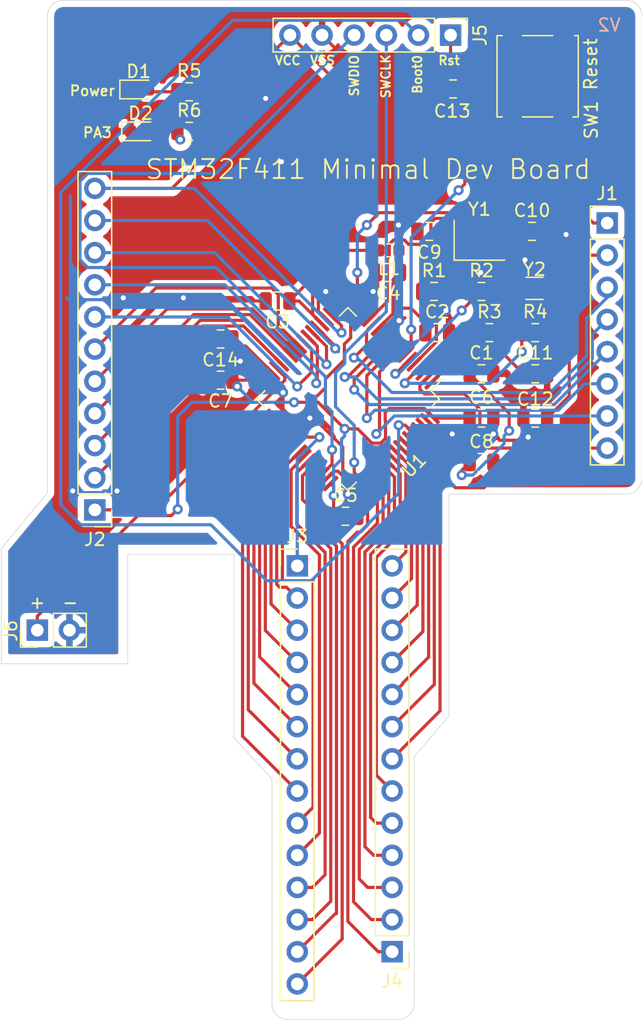
<source format=kicad_pcb>
(kicad_pcb (version 20171130) (host pcbnew 5.1.5)
  (layers (0 F.Cu signal) (31 B.Cu signal) (34 B.Paste user) (35 F.Paste user) (36 B.SilkS user) (37 F.SilkS user) (38 B.Mask user) (39 F.Mask user) (44 Edge.Cuts user))
  (net 0 "")
  (net 1 VCC)
  (net 2 VSS)
  (net 3 VDDA)
  (net 4 "Net-(C9-Pad1)")
  (net 5 "Net-(C10-Pad1)")
  (net 6 "Net-(C11-Pad1)")
  (net 7 "Net-(C12-Pad1)")
  (net 8 RST)
  (net 9 "Net-(C14-Pad1)")
  (net 10 PA2)
  (net 11 PA1)
  (net 12 PA0)
  (net 13 PC3)
  (net 14 PC2)
  (net 15 PC1)
  (net 16 PC0)
  (net 17 PC13)
  (net 18 PB10)
  (net 19 PB2)
  (net 20 PB1)
  (net 21 PB0)
  (net 22 PC5)
  (net 23 PC4)
  (net 24 PA7)
  (net 25 PA6)
  (net 26 PA5)
  (net 27 PA4)
  (net 28 PA3)
  (net 29 PB12)
  (net 30 PB13)
  (net 31 PB14)
  (net 32 PB15)
  (net 33 PC6)
  (net 34 PC7)
  (net 35 PC8)
  (net 36 PC9)
  (net 37 PA8)
  (net 38 PA9)
  (net 39 PA10)
  (net 40 PA11)
  (net 41 PA12)
  (net 42 PA13)
  (net 43 PA14)
  (net 44 PA15)
  (net 45 PC10)
  (net 46 PC11)
  (net 47 PC12)
  (net 48 PD2)
  (net 49 PB3)
  (net 50 PB4)
  (net 51 PB5)
  (net 52 PB6)
  (net 53 PB7)
  (net 54 PB8)
  (net 55 PB9)
  (net 56 Boot0)
  (net 57 "Net-(R1-Pad1)")
  (net 58 "Net-(R2-Pad1)")
  (net 59 "Net-(R3-Pad1)")
  (net 60 "Net-(R4-Pad1)")
  (net 61 "Net-(D1-Pad2)")
  (net 62 "Net-(D2-Pad2)")
  (module NFCBuisness:W (layer F.Cu) (at 116.75 82.5)
    (fp_text reference Ref** hide)
    (fp_text value Val** hide)
    (fp_poly (pts (xy -1.630587 -2.420899) (xy -1.447524 -2.328559) (xy -1.311592 -2.194757) (xy -1.304211 -2.183555) (xy -1.265704 -2.11344) (xy -1.244213 -2.038839) (xy -1.23774 -1.938094) (xy -1.244287 -1.789546) (xy -1.255088 -1.651) (xy -1.268682 -1.442824) (xy -1.279873 -1.184894) (xy -1.287394 -0.912114) (xy -1.289962 -0.690936) (xy -1.289221 -0.458958) (xy -1.284387 -0.294975) (xy -1.273305 -0.182336) (xy -1.25382 -0.10439) (xy -1.223775 -0.044488) (xy -1.202268 -0.013603) (xy -1.116398 0.071274) (xy -1.002822 0.111004) (xy -0.929984 0.119227) (xy -0.68211 0.100096) (xy -0.454281 0.00289) (xy -0.240656 -0.175182) (xy -0.185776 -0.236175) (xy -0.081108 -0.349759) (xy 0.009066 -0.431822) (xy 0.066141 -0.465547) (xy 0.068112 -0.465666) (xy 0.123755 -0.432548) (xy 0.197182 -0.348904) (xy 0.229505 -0.301607) (xy 0.376869 -0.110873) (xy 0.526913 0.003226) (xy 0.674284 0.03902) (xy 0.813631 -0.005163) (xy 0.907971 -0.089777) (xy 0.988653 -0.198585) (xy 1.058934 -0.326542) (xy 1.126082 -0.490779) (xy 1.197364 -0.708426) (xy 1.255985 -0.910166) (xy 1.31545 -1.12099) (xy 1.377683 -1.340443) (xy 1.431333 -1.528529) (xy 1.442246 -1.566558) (xy 1.521416 -1.84195) (xy 1.949565 -2.005418) (xy 2.167567 -2.084028) (xy 2.315998 -2.126297) (xy 2.401001 -2.133773) (xy 2.422145 -2.124455) (xy 2.452677 -2.065526) (xy 2.41974 -2.005855) (xy 2.317286 -1.940366) (xy 2.13927 -1.863979) (xy 2.089887 -1.8454) (xy 1.930263 -1.78316) (xy 1.799296 -1.726134) (xy 1.71927 -1.684217) (xy 1.708527 -1.676067) (xy 1.680315 -1.619963) (xy 1.636526 -1.498254) (xy 1.582553 -1.327363) (xy 1.52379 -1.123712) (xy 1.507251 -1.063196) (xy 1.396737 -0.68139) (xy 1.290651 -0.376432) (xy 1.184846 -0.140938) (xy 1.075173 0.032475) (xy 0.957485 0.15119) (xy 0.827635 0.222591) (xy 0.776069 0.238398) (xy 0.602379 0.241191) (xy 0.418574 0.174646) (xy 0.246259 0.047924) (xy 0.192569 -0.009056) (xy 0.041511 -0.185533) (xy -0.128458 -0.008645) (xy -0.312966 0.157866) (xy -0.496288 0.260737) (xy -0.709082 0.314778) (xy -0.823587 0.327186) (xy -0.981029 0.333485) (xy -1.090094 0.317957) (xy -1.185756 0.27362) (xy -1.227666 0.246552) (xy -1.355913 0.118677) (xy -1.447302 -0.068507) (xy -1.502345 -0.318683) (xy -1.521551 -0.635539) (xy -1.505431 -1.022758) (xy -1.460818 -1.436924) (xy -1.432055 -1.688127) (xy -1.424811 -1.871541) (xy -1.442863 -2.002167) (xy -1.489991 -2.095003) (xy -1.569973 -2.165049) (xy -1.656298 -2.212878) (xy -1.801342 -2.257899) (xy -1.939703 -2.239415) (xy -2.087459 -2.15265) (xy -2.203421 -2.05035) (xy -2.298884 -1.96489) (xy -2.361491 -1.934189) (xy -2.413708 -1.94891) (xy -2.426473 -1.957639) (xy -2.473927 -2.002339) (xy -2.467648 -2.051331) (xy -2.429475 -2.110518) (xy -2.32004 -2.223928) (xy -2.167499 -2.330713) (xy -2.002595 -2.413218) (xy -1.856072 -2.453788) (xy -1.829026 -2.455333) (xy -1.630587 -2.420899)) (layer F.Cu) (width 0.01))
  )
  (module Capacitor_SMD:C_0805_2012Metric (layer F.Cu) (at 146.5625 108.25)
    (fp_text reference C1 (at 0 -1.65) (layer F.SilkS))
    (fp_text value 100nF)
    (pad 1 smd roundrect (at -0.9375 0) (size 0.975 1.4) (layers F.Cu F.Paste F.Mask) (net 1 VCC))
    (pad 2 smd roundrect (at 0.9375 0) (size 0.975 1.4) (layers F.Cu F.Paste F.Mask) (net 2 VSS))
  )
  (module Capacitor_SMD:C_0805_2012Metric (layer F.Cu) (at 143.0625 105)
    (fp_text reference C2 (at 0 -1.65) (layer F.SilkS))
    (fp_text value 100nF)
    (pad 2 smd roundrect (at 0.9375 0) (size 0.975 1.4) (layers F.Cu F.Paste F.Mask) (net 2 VSS))
    (pad 1 smd roundrect (at -0.9375 0) (size 0.975 1.4) (layers F.Cu F.Paste F.Mask) (net 3 VDDA))
  )
  (module Capacitor_SMD:C_0805_2012Metric (layer F.Cu) (at 130.4375 102.5 180)
    (fp_text reference C3 (at 0 -1.65) (layer F.SilkS))
    (fp_text value 100nF)
    (pad 2 smd roundrect (at 0.9375 0 180) (size 0.975 1.4) (layers F.Cu F.Paste F.Mask) (net 2 VSS))
    (pad 1 smd roundrect (at -0.9375 0 180) (size 0.975 1.4) (layers F.Cu F.Paste F.Mask) (net 1 VCC))
  )
  (module Capacitor_SMD:C_0805_2012Metric (layer F.Cu) (at 139.1875 100.25 180)
    (fp_text reference C4 (at 0 -1.65) (layer F.SilkS))
    (fp_text value 1uF)
    (pad 1 smd roundrect (at -0.9375 0 180) (size 0.975 1.4) (layers F.Cu F.Paste F.Mask) (net 3 VDDA))
    (pad 2 smd roundrect (at 0.9375 0 180) (size 0.975 1.4) (layers F.Cu F.Paste F.Mask) (net 2 VSS))
  )
  (module Capacitor_SMD:C_0805_2012Metric (layer F.Cu) (at 135.8125 119.5)
    (fp_text reference C5 (at 0 -1.65) (layer F.SilkS))
    (fp_text value 100nF)
    (pad 1 smd roundrect (at -0.9375 0) (size 0.975 1.4) (layers F.Cu F.Paste F.Mask) (net 1 VCC))
    (pad 2 smd roundrect (at 0.9375 0) (size 0.975 1.4) (layers F.Cu F.Paste F.Mask) (net 2 VSS))
  )
  (module Capacitor_SMD:C_0805_2012Metric (layer F.Cu) (at 146.5625 111.75)
    (fp_text reference C6 (at 0 -1.65) (layer F.SilkS))
    (fp_text value 100nF)
    (pad 2 smd roundrect (at 0.9375 0) (size 0.975 1.4) (layers F.Cu F.Paste F.Mask) (net 2 VSS))
    (pad 1 smd roundrect (at -0.9375 0) (size 0.975 1.4) (layers F.Cu F.Paste F.Mask) (net 1 VCC))
  )
  (module Capacitor_SMD:C_0805_2012Metric (layer F.Cu) (at 125.9375 108.75 180)
    (fp_text reference C7 (at 0 -1.65) (layer F.SilkS))
    (fp_text value 100nF)
    (pad 1 smd roundrect (at -0.9375 0 180) (size 0.975 1.4) (layers F.Cu F.Paste F.Mask) (net 1 VCC))
    (pad 2 smd roundrect (at 0.9375 0 180) (size 0.975 1.4) (layers F.Cu F.Paste F.Mask) (net 2 VSS))
  )
  (module Capacitor_SMD:C_0805_2012Metric (layer F.Cu) (at 146.5625 115.25)
    (fp_text reference C8 (at 0 -1.65) (layer F.SilkS))
    (fp_text value 4.7uF)
    (pad 2 smd roundrect (at 0.9375 0) (size 0.975 1.4) (layers F.Cu F.Paste F.Mask) (net 2 VSS))
    (pad 1 smd roundrect (at -0.9375 0) (size 0.975 1.4) (layers F.Cu F.Paste F.Mask) (net 1 VCC))
  )
  (module Capacitor_SMD:C_0805_2012Metric (layer F.Cu) (at 142.4375 97 180)
    (fp_text reference C9 (at 0 -1.65) (layer F.SilkS))
    (fp_text value 20pF)
    (pad 1 smd roundrect (at -0.9375 0 180) (size 0.975 1.4) (layers F.Cu F.Paste F.Mask) (net 4 "Net-(C9-Pad1)"))
    (pad 2 smd roundrect (at 0.9375 0 180) (size 0.975 1.4) (layers F.Cu F.Paste F.Mask) (net 2 VSS))
  )
  (module Capacitor_SMD:C_0805_2012Metric (layer F.Cu) (at 150.5625 97)
    (fp_text reference C10 (at 0 -1.65) (layer F.SilkS))
    (fp_text value 20pF)
    (pad 2 smd roundrect (at 0.9375 0) (size 0.975 1.4) (layers F.Cu F.Paste F.Mask) (net 2 VSS))
    (pad 1 smd roundrect (at -0.9375 0) (size 0.975 1.4) (layers F.Cu F.Paste F.Mask) (net 5 "Net-(C10-Pad1)"))
  )
  (module Capacitor_SMD:C_0805_2012Metric (layer F.Cu) (at 150.8125 108.25)
    (fp_text reference C11 (at 0 -1.65) (layer F.SilkS))
    (fp_text value 1.5pF)
    (pad 1 smd roundrect (at -0.9375 0) (size 0.975 1.4) (layers F.Cu F.Paste F.Mask) (net 6 "Net-(C11-Pad1)"))
    (pad 2 smd roundrect (at 0.9375 0) (size 0.975 1.4) (layers F.Cu F.Paste F.Mask) (net 2 VSS))
  )
  (module Capacitor_SMD:C_0805_2012Metric (layer F.Cu) (at 150.8125 111.75 180)
    (fp_text reference C12 (at 0 1.5) (layer F.SilkS))
    (fp_text value 1.5pF)
    (pad 2 smd roundrect (at 0.9375 0 180) (size 0.975 1.4) (layers F.Cu F.Paste F.Mask) (net 2 VSS))
    (pad 1 smd roundrect (at -0.9375 0 180) (size 0.975 1.4) (layers F.Cu F.Paste F.Mask) (net 7 "Net-(C12-Pad1)"))
  )
  (module Capacitor_SMD:C_0805_2012Metric (layer F.Cu) (at 144.3125 85.75)
    (fp_text reference C13 (at -0.0625 1.75) (layer F.SilkS))
    (fp_text value 100nF)
    (pad 1 smd roundrect (at -0.9375 0) (size 0.975 1.4) (layers F.Cu F.Paste F.Mask) (net 2 VSS))
    (pad 2 smd roundrect (at 0.9375 0) (size 0.975 1.4) (layers F.Cu F.Paste F.Mask) (net 8 RST))
  )
  (module Capacitor_SMD:C_0805_2012Metric (layer F.Cu) (at 125.9375 105.5 180)
    (fp_text reference C14 (at 0 -1.65) (layer F.SilkS))
    (fp_text value 4.7uF)
    (pad 2 smd roundrect (at 0.9375 0 180) (size 0.975 1.4) (layers F.Cu F.Paste F.Mask) (net 2 VSS))
    (pad 1 smd roundrect (at -0.9375 0 180) (size 0.975 1.4) (layers F.Cu F.Paste F.Mask) (net 9 "Net-(C14-Pad1)"))
  )
  (module Connector_PinHeader_2.54mm:PinHeader_1x08_P2.54mm_Vertical (layer F.Cu) (at 156.5 96.34)
    (fp_text reference J1 (at 0 -2.33) (layer F.SilkS))
    (fp_text value One)
    (pad 1 thru_hole rect (at 0 0) (size 1.7 1.7) (drill 1) (layers *.Cu *.Mask) (net 10 PA2))
    (pad 2 thru_hole oval (at 0 2.54) (size 1.7 1.7) (drill 1) (layers *.Cu *.Mask) (net 11 PA1))
    (pad 3 thru_hole oval (at 0 5.08) (size 1.7 1.7) (drill 1) (layers *.Cu *.Mask) (net 12 PA0))
    (pad 4 thru_hole oval (at 0 7.62) (size 1.7 1.7) (drill 1) (layers *.Cu *.Mask) (net 13 PC3))
    (pad 5 thru_hole oval (at 0 10.16) (size 1.7 1.7) (drill 1) (layers *.Cu *.Mask) (net 14 PC2))
    (pad 6 thru_hole oval (at 0 12.7) (size 1.7 1.7) (drill 1) (layers *.Cu *.Mask) (net 15 PC1))
    (pad 7 thru_hole oval (at 0 15.24) (size 1.7 1.7) (drill 1) (layers *.Cu *.Mask) (net 16 PC0))
    (pad 8 thru_hole oval (at 0 17.78) (size 1.7 1.7) (drill 1) (layers *.Cu *.Mask) (net 17 PC13))
  )
  (module Connector_PinHeader_2.54mm:PinHeader_1x11_P2.54mm_Vertical (layer F.Cu) (at 116 119 180)
    (fp_text reference J2 (at 0 -2.33) (layer F.SilkS))
    (fp_text value Two)
    (pad 1 thru_hole rect (at 0 0 180) (size 1.7 1.7) (drill 1) (layers *.Cu *.Mask) (net 18 PB10))
    (pad 2 thru_hole oval (at 0 2.54 180) (size 1.7 1.7) (drill 1) (layers *.Cu *.Mask) (net 19 PB2))
    (pad 3 thru_hole oval (at 0 5.08 180) (size 1.7 1.7) (drill 1) (layers *.Cu *.Mask) (net 20 PB1))
    (pad 4 thru_hole oval (at 0 7.62 180) (size 1.7 1.7) (drill 1) (layers *.Cu *.Mask) (net 21 PB0))
    (pad 5 thru_hole oval (at 0 10.16 180) (size 1.7 1.7) (drill 1) (layers *.Cu *.Mask) (net 22 PC5))
    (pad 6 thru_hole oval (at 0 12.7 180) (size 1.7 1.7) (drill 1) (layers *.Cu *.Mask) (net 23 PC4))
    (pad 7 thru_hole oval (at 0 15.24 180) (size 1.7 1.7) (drill 1) (layers *.Cu *.Mask) (net 24 PA7))
    (pad 8 thru_hole oval (at 0 17.78 180) (size 1.7 1.7) (drill 1) (layers *.Cu *.Mask) (net 25 PA6))
    (pad 9 thru_hole oval (at 0 20.32 180) (size 1.7 1.7) (drill 1) (layers *.Cu *.Mask) (net 26 PA5))
    (pad 10 thru_hole oval (at 0 22.86 180) (size 1.7 1.7) (drill 1) (layers *.Cu *.Mask) (net 27 PA4))
    (pad 11 thru_hole oval (at 0 25.4 180) (size 1.7 1.7) (drill 1) (layers *.Cu *.Mask) (net 28 PA3))
  )
  (module Connector_PinHeader_2.54mm:PinHeader_1x14_P2.54mm_Vertical (layer F.Cu) (at 132 123.42)
    (fp_text reference J3 (at 0 -2.33) (layer F.SilkS))
    (fp_text value Three)
    (pad 1 thru_hole rect (at 0 0) (size 1.7 1.7) (drill 1) (layers *.Cu *.Mask) (net 36 PC9))
    (pad 2 thru_hole oval (at 0 2.54) (size 1.7 1.7) (drill 1) (layers *.Cu *.Mask) (net 35 PC8))
    (pad 3 thru_hole oval (at 0 5.08) (size 1.7 1.7) (drill 1) (layers *.Cu *.Mask) (net 34 PC7))
    (pad 4 thru_hole oval (at 0 7.62) (size 1.7 1.7) (drill 1) (layers *.Cu *.Mask) (net 33 PC6))
    (pad 5 thru_hole oval (at 0 10.16) (size 1.7 1.7) (drill 1) (layers *.Cu *.Mask) (net 32 PB15))
    (pad 6 thru_hole oval (at 0 12.7) (size 1.7 1.7) (drill 1) (layers *.Cu *.Mask) (net 31 PB14))
    (pad 7 thru_hole oval (at 0 15.24) (size 1.7 1.7) (drill 1) (layers *.Cu *.Mask) (net 30 PB13))
    (pad 8 thru_hole oval (at 0 17.78) (size 1.7 1.7) (drill 1) (layers *.Cu *.Mask) (net 29 PB12))
    (pad 9 thru_hole oval (at 0 20.32) (size 1.7 1.7) (drill 1) (layers *.Cu *.Mask) (net 37 PA8))
    (pad 10 thru_hole oval (at 0 22.86) (size 1.7 1.7) (drill 1) (layers *.Cu *.Mask) (net 38 PA9))
    (pad 11 thru_hole oval (at 0 25.4) (size 1.7 1.7) (drill 1) (layers *.Cu *.Mask) (net 39 PA10))
    (pad 12 thru_hole oval (at 0 27.94) (size 1.7 1.7) (drill 1) (layers *.Cu *.Mask) (net 40 PA11))
    (pad 13 thru_hole oval (at 0 30.48) (size 1.7 1.7) (drill 1) (layers *.Cu *.Mask) (net 41 PA12))
    (pad 14 thru_hole oval (at 0 33.02) (size 1.7 1.7) (drill 1) (layers *.Cu *.Mask) (net 42 PA13))
  )
  (module Connector_PinHeader_2.54mm:PinHeader_1x13_P2.54mm_Vertical (layer F.Cu) (at 139.5 153.9 180)
    (fp_text reference J4 (at 0 -2.33) (layer F.SilkS))
    (fp_text value Four)
    (pad 1 thru_hole rect (at 0 0 180) (size 1.7 1.7) (drill 1) (layers *.Cu *.Mask) (net 43 PA14))
    (pad 2 thru_hole oval (at 0 2.54 180) (size 1.7 1.7) (drill 1) (layers *.Cu *.Mask) (net 44 PA15))
    (pad 3 thru_hole oval (at 0 5.08 180) (size 1.7 1.7) (drill 1) (layers *.Cu *.Mask) (net 45 PC10))
    (pad 4 thru_hole oval (at 0 7.62 180) (size 1.7 1.7) (drill 1) (layers *.Cu *.Mask) (net 46 PC11))
    (pad 5 thru_hole oval (at 0 10.16 180) (size 1.7 1.7) (drill 1) (layers *.Cu *.Mask) (net 47 PC12))
    (pad 6 thru_hole oval (at 0 12.7 180) (size 1.7 1.7) (drill 1) (layers *.Cu *.Mask) (net 48 PD2))
    (pad 7 thru_hole oval (at 0 15.24 180) (size 1.7 1.7) (drill 1) (layers *.Cu *.Mask) (net 55 PB9))
    (pad 8 thru_hole oval (at 0 17.78 180) (size 1.7 1.7) (drill 1) (layers *.Cu *.Mask) (net 54 PB8))
    (pad 9 thru_hole oval (at 0 20.32 180) (size 1.7 1.7) (drill 1) (layers *.Cu *.Mask) (net 53 PB7))
    (pad 10 thru_hole oval (at 0 22.86 180) (size 1.7 1.7) (drill 1) (layers *.Cu *.Mask) (net 52 PB6))
    (pad 11 thru_hole oval (at 0 25.4 180) (size 1.7 1.7) (drill 1) (layers *.Cu *.Mask) (net 51 PB5))
    (pad 12 thru_hole oval (at 0 27.94 180) (size 1.7 1.7) (drill 1) (layers *.Cu *.Mask) (net 50 PB4))
    (pad 13 thru_hole oval (at 0 30.48 180) (size 1.7 1.7) (drill 1) (layers *.Cu *.Mask) (net 49 PB3))
  )
  (module Connector_PinHeader_2.54mm:PinHeader_1x06_P2.54mm_Vertical (layer F.Cu) (at 144.12 81.5 270)
    (fp_text reference J5 (at 0 -2.33 90) (layer F.SilkS))
    (fp_text value Prog)
    (pad 1 thru_hole rect (at 0 0 270) (size 1.7 1.7) (drill 1) (layers *.Cu *.Mask) (net 8 RST))
    (pad 2 thru_hole oval (at 0 2.54 270) (size 1.7 1.7) (drill 1) (layers *.Cu *.Mask) (net 56 Boot0))
    (pad 3 thru_hole oval (at 0 5.08 270) (size 1.7 1.7) (drill 1) (layers *.Cu *.Mask) (net 43 PA14))
    (pad 4 thru_hole oval (at 0 7.62 270) (size 1.7 1.7) (drill 1) (layers *.Cu *.Mask) (net 42 PA13))
    (pad 5 thru_hole oval (at 0 10.16 270) (size 1.7 1.7) (drill 1) (layers *.Cu *.Mask) (net 2 VSS))
    (pad 6 thru_hole oval (at 0 12.7 270) (size 1.7 1.7) (drill 1) (layers *.Cu *.Mask) (net 1 VCC))
  )
  (module Resistor_SMD:R_0805_2012Metric (layer F.Cu) (at 142.8125 101.75)
    (fp_text reference R1 (at 0 -1.65) (layer F.SilkS))
    (fp_text value 0)
    (pad 2 smd roundrect (at 0.9375 0) (size 0.975 1.4) (layers F.Cu F.Paste F.Mask) (net 4 "Net-(C9-Pad1)"))
    (pad 1 smd roundrect (at -0.9375 0) (size 0.975 1.4) (layers F.Cu F.Paste F.Mask) (net 57 "Net-(R1-Pad1)"))
  )
  (module Resistor_SMD:R_0805_2012Metric (layer F.Cu) (at 146.5625 101.75)
    (fp_text reference R2 (at 0 -1.65) (layer F.SilkS))
    (fp_text value 0)
    (pad 1 smd roundrect (at -0.9375 0) (size 0.975 1.4) (layers F.Cu F.Paste F.Mask) (net 58 "Net-(R2-Pad1)"))
    (pad 2 smd roundrect (at 0.9375 0) (size 0.975 1.4) (layers F.Cu F.Paste F.Mask) (net 5 "Net-(C10-Pad1)"))
  )
  (module Resistor_SMD:R_0805_2012Metric (layer F.Cu) (at 147.1875 105)
    (fp_text reference R3 (at 0 -1.65) (layer F.SilkS))
    (fp_text value 0)
    (pad 1 smd roundrect (at -0.9375 0) (size 0.975 1.4) (layers F.Cu F.Paste F.Mask) (net 59 "Net-(R3-Pad1)"))
    (pad 2 smd roundrect (at 0.9375 0) (size 0.975 1.4) (layers F.Cu F.Paste F.Mask) (net 6 "Net-(C11-Pad1)"))
  )
  (module Resistor_SMD:R_0805_2012Metric (layer F.Cu) (at 150.8125 105)
    (fp_text reference R4 (at 0 -1.65) (layer F.SilkS))
    (fp_text value 0)
    (pad 2 smd roundrect (at 0.9375 0) (size 0.975 1.4) (layers F.Cu F.Paste F.Mask) (net 7 "Net-(C12-Pad1)"))
    (pad 1 smd roundrect (at -0.9375 0) (size 0.975 1.4) (layers F.Cu F.Paste F.Mask) (net 60 "Net-(R4-Pad1)"))
  )
  (module Button_Switch_SMD:SW_Push_1P1T_NO_CK_KSC7xxJ (layer F.Cu) (at 151 84.75 90)
    (fp_text reference SW1 (at -3.45 4.24 90) (layer F.SilkS))
    (fp_text value SW_DIP_x01)
    (pad 1 smd rect (at -2.9 -2 90) (size 2.8 1) (layers F.Cu F.Paste F.Mask) (net 2 VSS))
    (pad 1 smd rect (at 2.9 -2 90) (size 2.8 1) (layers F.Cu F.Paste F.Mask) (net 2 VSS))
    (pad 2 smd rect (at -2.9 2 90) (size 2.8 1) (layers F.Cu F.Paste F.Mask) (net 8 RST))
    (pad 2 smd rect (at 2.9 2 90) (size 2.8 1) (layers F.Cu F.Paste F.Mask) (net 8 RST))
  )
  (module Package_QFP:LQFP-64_10x10mm_P0.5mm (layer F.Cu) (at 136 110.25 225)
    (fp_text reference U1 (at 0 -7.4 45) (layer F.SilkS))
    (fp_text value STM32F411RETx)
    (pad 1 smd roundrect (at -5.675 -3.75 225) (size 1.55 0.3) (layers F.Cu F.Paste F.Mask) (net 1 VCC))
    (pad 2 smd roundrect (at -5.675 -3.25 225) (size 1.55 0.3) (layers F.Cu F.Paste F.Mask) (net 17 PC13))
    (pad 3 smd roundrect (at -5.675 -2.75 225) (size 1.55 0.3) (layers F.Cu F.Paste F.Mask) (net 59 "Net-(R3-Pad1)"))
    (pad 4 smd roundrect (at -5.675 -2.25 225) (size 1.55 0.3) (layers F.Cu F.Paste F.Mask) (net 60 "Net-(R4-Pad1)"))
    (pad 5 smd roundrect (at -5.675 -1.75 225) (size 1.55 0.3) (layers F.Cu F.Paste F.Mask) (net 57 "Net-(R1-Pad1)"))
    (pad 6 smd roundrect (at -5.675 -1.25 225) (size 1.55 0.3) (layers F.Cu F.Paste F.Mask) (net 58 "Net-(R2-Pad1)"))
    (pad 7 smd roundrect (at -5.675 -0.75 225) (size 1.55 0.3) (layers F.Cu F.Paste F.Mask) (net 8 RST))
    (pad 8 smd roundrect (at -5.675 -0.25 225) (size 1.55 0.3) (layers F.Cu F.Paste F.Mask) (net 16 PC0))
    (pad 9 smd roundrect (at -5.675 0.25 225) (size 1.55 0.3) (layers F.Cu F.Paste F.Mask) (net 15 PC1))
    (pad 10 smd roundrect (at -5.675 0.75 225) (size 1.55 0.3) (layers F.Cu F.Paste F.Mask) (net 14 PC2))
    (pad 11 smd roundrect (at -5.675 1.25 225) (size 1.55 0.3) (layers F.Cu F.Paste F.Mask) (net 13 PC3))
    (pad 12 smd roundrect (at -5.675 1.75 225) (size 1.55 0.3) (layers F.Cu F.Paste F.Mask) (net 2 VSS))
    (pad 13 smd roundrect (at -5.675 2.25 225) (size 1.55 0.3) (layers F.Cu F.Paste F.Mask) (net 3 VDDA))
    (pad 14 smd roundrect (at -5.675 2.75 225) (size 1.55 0.3) (layers F.Cu F.Paste F.Mask) (net 12 PA0))
    (pad 15 smd roundrect (at -5.675 3.25 225) (size 1.55 0.3) (layers F.Cu F.Paste F.Mask) (net 11 PA1))
    (pad 16 smd roundrect (at -5.675 3.75 225) (size 1.55 0.3) (layers F.Cu F.Paste F.Mask) (net 10 PA2))
    (pad 17 smd roundrect (at -3.75 5.675 225) (size 0.3 1.55) (layers F.Cu F.Paste F.Mask) (net 28 PA3))
    (pad 18 smd roundrect (at -3.25 5.675 225) (size 0.3 1.55) (layers F.Cu F.Paste F.Mask) (net 2 VSS))
    (pad 19 smd roundrect (at -2.75 5.675 225) (size 0.3 1.55) (layers F.Cu F.Paste F.Mask) (net 1 VCC))
    (pad 20 smd roundrect (at -2.25 5.675 225) (size 0.3 1.55) (layers F.Cu F.Paste F.Mask) (net 27 PA4))
    (pad 21 smd roundrect (at -1.75 5.675 225) (size 0.3 1.55) (layers F.Cu F.Paste F.Mask) (net 26 PA5))
    (pad 22 smd roundrect (at -1.25 5.675 225) (size 0.3 1.55) (layers F.Cu F.Paste F.Mask) (net 25 PA6))
    (pad 23 smd roundrect (at -0.75 5.675 225) (size 0.3 1.55) (layers F.Cu F.Paste F.Mask) (net 24 PA7))
    (pad 24 smd roundrect (at -0.25 5.675 225) (size 0.3 1.55) (layers F.Cu F.Paste F.Mask) (net 23 PC4))
    (pad 25 smd roundrect (at 0.25 5.675 225) (size 0.3 1.55) (layers F.Cu F.Paste F.Mask) (net 22 PC5))
    (pad 26 smd roundrect (at 0.75 5.675 225) (size 0.3 1.55) (layers F.Cu F.Paste F.Mask) (net 21 PB0))
    (pad 27 smd roundrect (at 1.25 5.675 225) (size 0.3 1.55) (layers F.Cu F.Paste F.Mask) (net 20 PB1))
    (pad 28 smd roundrect (at 1.75 5.675 225) (size 0.3 1.55) (layers F.Cu F.Paste F.Mask) (net 19 PB2))
    (pad 29 smd roundrect (at 2.25 5.675 225) (size 0.3 1.55) (layers F.Cu F.Paste F.Mask) (net 18 PB10))
    (pad 30 smd roundrect (at 2.75 5.675 225) (size 0.3 1.55) (layers F.Cu F.Paste F.Mask) (net 9 "Net-(C14-Pad1)"))
    (pad 31 smd roundrect (at 3.25 5.675 225) (size 0.3 1.55) (layers F.Cu F.Paste F.Mask) (net 2 VSS))
    (pad 32 smd roundrect (at 3.75 5.675 225) (size 0.3 1.55) (layers F.Cu F.Paste F.Mask) (net 1 VCC))
    (pad 33 smd roundrect (at 5.675 3.75 225) (size 1.55 0.3) (layers F.Cu F.Paste F.Mask) (net 29 PB12))
    (pad 34 smd roundrect (at 5.675 3.25 225) (size 1.55 0.3) (layers F.Cu F.Paste F.Mask) (net 30 PB13))
    (pad 35 smd roundrect (at 5.675 2.75 225) (size 1.55 0.3) (layers F.Cu F.Paste F.Mask) (net 31 PB14))
    (pad 36 smd roundrect (at 5.675 2.25 225) (size 1.55 0.3) (layers F.Cu F.Paste F.Mask) (net 32 PB15))
    (pad 37 smd roundrect (at 5.675 1.75 225) (size 1.55 0.3) (layers F.Cu F.Paste F.Mask) (net 33 PC6))
    (pad 38 smd roundrect (at 5.675 1.25 225) (size 1.55 0.3) (layers F.Cu F.Paste F.Mask) (net 34 PC7))
    (pad 39 smd roundrect (at 5.675 0.75 225) (size 1.55 0.3) (layers F.Cu F.Paste F.Mask) (net 35 PC8))
    (pad 40 smd roundrect (at 5.675 0.25 225) (size 1.55 0.3) (layers F.Cu F.Paste F.Mask) (net 36 PC9))
    (pad 41 smd roundrect (at 5.675 -0.25 225) (size 1.55 0.3) (layers F.Cu F.Paste F.Mask) (net 37 PA8))
    (pad 42 smd roundrect (at 5.675 -0.75 225) (size 1.55 0.3) (layers F.Cu F.Paste F.Mask) (net 38 PA9))
    (pad 43 smd roundrect (at 5.675 -1.25 225) (size 1.55 0.3) (layers F.Cu F.Paste F.Mask) (net 39 PA10))
    (pad 44 smd roundrect (at 5.675 -1.75 225) (size 1.55 0.3) (layers F.Cu F.Paste F.Mask) (net 40 PA11))
    (pad 45 smd roundrect (at 5.675 -2.25 225) (size 1.55 0.3) (layers F.Cu F.Paste F.Mask) (net 41 PA12))
    (pad 46 smd roundrect (at 5.675 -2.75 225) (size 1.55 0.3) (layers F.Cu F.Paste F.Mask) (net 42 PA13))
    (pad 47 smd roundrect (at 5.675 -3.25 225) (size 1.55 0.3) (layers F.Cu F.Paste F.Mask) (net 2 VSS))
    (pad 48 smd roundrect (at 5.675 -3.75 225) (size 1.55 0.3) (layers F.Cu F.Paste F.Mask) (net 1 VCC))
    (pad 49 smd roundrect (at 3.75 -5.675 225) (size 0.3 1.55) (layers F.Cu F.Paste F.Mask) (net 43 PA14))
    (pad 50 smd roundrect (at 3.25 -5.675 225) (size 0.3 1.55) (layers F.Cu F.Paste F.Mask) (net 44 PA15))
    (pad 51 smd roundrect (at 2.75 -5.675 225) (size 0.3 1.55) (layers F.Cu F.Paste F.Mask) (net 45 PC10))
    (pad 52 smd roundrect (at 2.25 -5.675 225) (size 0.3 1.55) (layers F.Cu F.Paste F.Mask) (net 46 PC11))
    (pad 53 smd roundrect (at 1.75 -5.675 225) (size 0.3 1.55) (layers F.Cu F.Paste F.Mask) (net 47 PC12))
    (pad 54 smd roundrect (at 1.25 -5.675 225) (size 0.3 1.55) (layers F.Cu F.Paste F.Mask) (net 48 PD2))
    (pad 55 smd roundrect (at 0.75 -5.675 225) (size 0.3 1.55) (layers F.Cu F.Paste F.Mask) (net 49 PB3))
    (pad 56 smd roundrect (at 0.25 -5.675 225) (size 0.3 1.55) (layers F.Cu F.Paste F.Mask) (net 50 PB4))
    (pad 57 smd roundrect (at -0.25 -5.675 225) (size 0.3 1.55) (layers F.Cu F.Paste F.Mask) (net 51 PB5))
    (pad 58 smd roundrect (at -0.75 -5.675 225) (size 0.3 1.55) (layers F.Cu F.Paste F.Mask) (net 52 PB6))
    (pad 59 smd roundrect (at -1.25 -5.675 225) (size 0.3 1.55) (layers F.Cu F.Paste F.Mask) (net 53 PB7))
    (pad 60 smd roundrect (at -1.75 -5.675 225) (size 0.3 1.55) (layers F.Cu F.Paste F.Mask) (net 56 Boot0))
    (pad 61 smd roundrect (at -2.25 -5.675 225) (size 0.3 1.55) (layers F.Cu F.Paste F.Mask) (net 54 PB8))
    (pad 62 smd roundrect (at -2.75 -5.675 225) (size 0.3 1.55) (layers F.Cu F.Paste F.Mask) (net 55 PB9))
    (pad 63 smd roundrect (at -3.25 -5.675 225) (size 0.3 1.55) (layers F.Cu F.Paste F.Mask) (net 2 VSS))
    (pad 64 smd roundrect (at -3.75 -5.675 225) (size 0.3 1.55) (layers F.Cu F.Paste F.Mask) (net 1 VCC))
  )
  (module Crystal:Crystal_SMD_SeikoEpson_TSX3225-4Pin_3.2x2.5mm (layer F.Cu) (at 146.4 97.7)
    (fp_text reference Y1 (at 0 -2.45) (layer F.SilkS))
    (fp_text value Crystal_GND24)
    (pad 1 smd rect (at -1.1 0.8) (size 1.4 1.15) (layers F.Cu F.Paste F.Mask) (net 4 "Net-(C9-Pad1)"))
    (pad 2 smd rect (at 1.1 0.8) (size 1.4 1.15) (layers F.Cu F.Paste F.Mask) (net 2 VSS))
    (pad 3 smd rect (at 1.1 -0.8) (size 1.4 1.15) (layers F.Cu F.Paste F.Mask) (net 5 "Net-(C10-Pad1)"))
    (pad 4 smd rect (at -1.1 -0.8) (size 1.4 1.15) (layers F.Cu F.Paste F.Mask) (net 2 VSS))
  )
  (module Crystal:Crystal_SMD_3215-2Pin_3.2x1.5mm (layer F.Cu) (at 150.75 101.5 180)
    (fp_text reference Y2 (at 0 1.5) (layer F.SilkS))
    (fp_text value 32.768kHz)
    (pad 1 smd rect (at 1.25 0 180) (size 1 1.8) (layers F.Cu F.Paste F.Mask) (net 6 "Net-(C11-Pad1)"))
    (pad 2 smd rect (at -1.25 0 180) (size 1 1.8) (layers F.Cu F.Paste F.Mask) (net 7 "Net-(C12-Pad1)"))
  )
  (module Inductor_SMD:L_0603_1608Metric (layer F.Cu) (at 139.25 98.5 180)
    (fp_text reference L1 (at 0 -1.43) (layer F.SilkS))
    (fp_text value L_Small)
    (pad 1 smd roundrect (at -0.7875 0 180) (size 0.875 0.95) (layers F.Cu F.Paste F.Mask) (net 3 VDDA))
    (pad 2 smd roundrect (at 0.7875 0 180) (size 0.875 0.95) (layers F.Cu F.Paste F.Mask) (net 1 VCC))
  )
  (module LED_SMD:LED_0603_1608Metric (layer F.Cu) (at 119.4625 85.795001)
    (fp_text reference D1 (at 0 -1.43) (layer F.SilkS))
    (fp_text value LED)
    (pad 1 smd roundrect (at -0.7875 0) (size 0.875 0.95) (layers F.Cu F.Paste F.Mask) (net 2 VSS))
    (pad 2 smd roundrect (at 0.7875 0) (size 0.875 0.95) (layers F.Cu F.Paste F.Mask) (net 61 "Net-(D1-Pad2)"))
  )
  (module Resistor_SMD:R_0805_2012Metric (layer F.Cu) (at 123.455001 85.975001)
    (fp_text reference R5 (at 0 -1.65) (layer F.SilkS))
    (fp_text value 330Ohm)
    (pad 1 smd roundrect (at -0.9375 0) (size 0.975 1.4) (layers F.Cu F.Paste F.Mask) (net 61 "Net-(D1-Pad2)"))
    (pad 2 smd roundrect (at 0.9375 0) (size 0.975 1.4) (layers F.Cu F.Paste F.Mask) (net 1 VCC))
  )
  (module LED_SMD:LED_0603_1608Metric (layer F.Cu) (at 119.6125 89.1)
    (fp_text reference D2 (at 0 -1.43) (layer F.SilkS))
    (fp_text value LED)
    (pad 1 smd roundrect (at -0.7875 0) (size 0.875 0.95) (layers F.Cu F.Paste F.Mask) (net 2 VSS))
    (pad 2 smd roundrect (at 0.7875 0) (size 0.875 0.95) (layers F.Cu F.Paste F.Mask) (net 62 "Net-(D2-Pad2)"))
  )
  (module Resistor_SMD:R_0805_2012Metric (layer F.Cu) (at 123.4625 89.1)
    (fp_text reference R6 (at 0 -1.65) (layer F.SilkS))
    (fp_text value 330Ohm)
    (pad 1 smd roundrect (at -0.9375 0) (size 0.975 1.4) (layers F.Cu F.Paste F.Mask) (net 62 "Net-(D2-Pad2)"))
    (pad 2 smd roundrect (at 0.9375 0) (size 0.975 1.4) (layers F.Cu F.Paste F.Mask) (net 28 PA3))
  )
  (module Connector_PinHeader_2.54mm:PinHeader_1x02_P2.54mm_Vertical (layer F.Cu) (at 111.45 128.5 90)
    (fp_text reference J6 (at -0.05 -2.1 90) (layer F.SilkS))
    (fp_text value BreadboardPwr)
    (pad 1 thru_hole rect (at 0 0 90) (size 1.7 1.7) (drill 1) (layers *.Cu *.Mask) (net 1 VCC))
    (pad 2 thru_hole oval (at 0 2.54 90) (size 1.7 1.7) (drill 1) (layers *.Cu *.Mask) (net 2 VSS))
  )
  (gr_text V2 (at 156.65 80.7) (layer B.SilkS) (effects (font (size 1 1)) (justify mirror)))
  (gr_text + (at 111.45 126.3) (layer F.SilkS) (effects (font (size 1 1))))
  (gr_text - (at 114.05 126.3) (layer F.SilkS) (effects (font (size 1 1))))
  (gr_line (start 108.6 122.05) (end 112.25 117.65) (layer Edge.Cuts) (width 0.05))
  (gr_line (start 108.6 131.15) (end 108.6 122.05) (layer Edge.Cuts) (width 0.05))
  (gr_line (start 118.6 131.15) (end 108.6 131.15) (layer Edge.Cuts) (width 0.05))
  (gr_line (start 118.6 122.5) (end 118.6 131.15) (layer Edge.Cuts) (width 0.05))
  (gr_text Reset (at 155.2 83.8 90) (layer F.SilkS) (effects (font (size 1 1))))
  (gr_text PA3 (at 116.2 89.2) (layer F.SilkS) (effects (font (size 0.8 0.8))))
  (gr_text "Power\n" (at 115.8 85.9) (layer F.SilkS) (effects (font (size 0.8 0.8))))
  (gr_text Rst (at 144 83.5) (layer F.SilkS) (effects (font (size 0.7 0.7))))
  (gr_text Boot0 (at 141.5 84.6 90) (layer F.SilkS) (effects (font (size 0.7 0.7))))
  (gr_text SWCLK (at 139 84.75 90) (layer F.SilkS) (effects (font (size 0.7 0.7))))
  (gr_text SWDIO (at 136.5 84.7 90) (layer F.SilkS) (effects (font (size 0.7 0.7))))
  (gr_text VSS (at 134 83.5) (layer F.SilkS) (effects (font (size 0.7 0.7))))
  (gr_text VCC (at 131.25 83.5) (layer F.SilkS) (effects (font (size 0.7 0.7))))
  (gr_text "STM32F411 Minimal Dev Board" (at 137.6 92.1) (layer F.SilkS) (effects (font (size 1.5 1.5))))
  (gr_arc (start 131.25 158) (end 130 158) (angle -90) (layer Edge.Cuts) (width 0.05))
  (gr_arc (start 140 158) (end 140 159.25) (angle -90) (layer Edge.Cuts) (width 0.05))
  (gr_arc (start 158 116.5) (end 158 117.75) (angle -90) (layer Edge.Cuts) (width 0.05))
  (gr_arc (start 158 80) (end 159.25 80) (angle -90) (layer Edge.Cuts) (width 0.05))
  (gr_arc (start 113.5 80) (end 113.5 78.75) (angle -90) (layer Edge.Cuts) (width 0.05))
  (gr_line (start 112.25 117.65) (end 112.25 80) (layer Edge.Cuts) (width 0.05))
  (gr_line (start 127 122.5) (end 118.6 122.5) (layer Edge.Cuts) (width 0.05))
  (gr_line (start 127 137) (end 127 122.5) (layer Edge.Cuts) (width 0.05))
  (gr_line (start 130 140.25) (end 127 137) (layer Edge.Cuts) (width 0.05))
  (gr_line (start 130 158) (end 130 140.25) (layer Edge.Cuts) (width 0.05))
  (gr_line (start 140 159.25) (end 131.25 159.25) (layer Edge.Cuts) (width 0.05))
  (gr_line (start 141.25 138.5) (end 141.25 158) (layer Edge.Cuts) (width 0.05))
  (gr_line (start 144 135.25) (end 141.25 138.5) (layer Edge.Cuts) (width 0.05))
  (gr_line (start 144 117.75) (end 144 135.25) (layer Edge.Cuts) (width 0.05))
  (gr_line (start 158 117.75) (end 144 117.75) (layer Edge.Cuts) (width 0.05))
  (gr_line (start 159.25 80) (end 159.25 116.5) (layer Edge.Cuts) (width 0.05))
  (gr_line (start 113.5 78.75) (end 158 78.75) (layer Edge.Cuts) (width 0.05))
  (segment (start 134.875 117.150662) (end 134.815595 117.091257) (width 0.25) (layer F.Cu) (net 1))
  (segment (start 134.815595 117.091257) (end 134.638819 116.914481) (width 0.25) (layer F.Cu) (net 1))
  (segment (start 134.875 119.5) (end 134.875 117.875) (width 0.25) (layer F.Cu) (net 1))
  (segment (start 132.139088 102.5) (end 133.931713 104.292625) (width 0.25) (layer F.Cu) (net 1))
  (segment (start 131.375 102.5) (end 132.139088 102.5) (width 0.25) (layer F.Cu) (net 1))
  (segment (start 129.1967 108.75) (end 129.335519 108.888819) (width 0.25) (layer F.Cu) (net 1))
  (segment (start 126.875 108.75) (end 129.1967 108.75) (width 0.25) (layer F.Cu) (net 1))
  (segment (start 142.8033 111.75) (end 142.664481 111.611181) (width 0.25) (layer F.Cu) (net 1))
  (segment (start 145.625 111.75) (end 142.8033 111.75) (width 0.25) (layer F.Cu) (net 1))
  (segment (start 143.3033 108.25) (end 142.664481 108.888819) (width 0.25) (layer F.Cu) (net 1))
  (segment (start 145.625 108.25) (end 143.3033 108.25) (width 0.25) (layer F.Cu) (net 1))
  (segment (start 145.625 115.25) (end 145.625 111.75) (width 0.25) (layer F.Cu) (net 1))
  (segment (start 135.375 98.5) (end 131.375 102.5) (width 0.25) (layer F.Cu) (net 1))
  (segment (start 138.4625 98.5) (end 135.375 98.5) (width 0.25) (layer F.Cu) (net 1))
  (segment (start 135.375 85.455) (end 131.42 81.5) (width 0.25) (layer F.Cu) (net 1))
  (segment (start 135.375 98.5) (end 135.375 85.455) (width 0.25) (layer F.Cu) (net 1))
  (segment (start 126.944999 85.975001) (end 124.392501 85.975001) (width 0.25) (layer F.Cu) (net 1))
  (segment (start 131.42 81.5) (end 126.944999 85.975001) (width 0.25) (layer F.Cu) (net 1))
  (via (at 131.75 110.5) (size 0.8) (drill 0.4) (layers F.Cu B.Cu) (net 1))
  (segment (start 133.073002 110.5) (end 131.75 110.5) (width 0.25) (layer F.Cu) (net 1))
  (segment (start 134.225001 109.348001) (end 133.073002 110.5) (width 0.25) (layer F.Cu) (net 1))
  (segment (start 134.225001 108.651999) (end 134.225001 109.348001) (width 0.25) (layer F.Cu) (net 1))
  (segment (start 135.725001 107.151999) (end 134.225001 108.651999) (width 0.25) (layer F.Cu) (net 1))
  (segment (start 135.725001 105.901999) (end 135.725001 107.151999) (width 0.25) (layer F.Cu) (net 1))
  (segment (start 133.216539 103.577451) (end 133.216539 101.710459) (width 0.25) (layer F.Cu) (net 1))
  (segment (start 133.216539 101.710459) (end 133.901999 101.024999) (width 0.25) (layer F.Cu) (net 1))
  (segment (start 133.931713 104.292625) (end 133.216539 103.577451) (width 0.25) (layer F.Cu) (net 1))
  (segment (start 134.598001 101.024999) (end 136.225001 102.651999) (width 0.25) (layer F.Cu) (net 1))
  (segment (start 133.901999 101.024999) (end 134.598001 101.024999) (width 0.25) (layer F.Cu) (net 1))
  (segment (start 136.225001 105.401999) (end 135.725001 105.901999) (width 0.25) (layer F.Cu) (net 1))
  (segment (start 136.225001 102.651999) (end 136.225001 105.401999) (width 0.25) (layer F.Cu) (net 1))
  (via (at 127.25 109.25) (size 0.8) (drill 0.4) (layers F.Cu B.Cu) (net 1))
  (segment (start 131.75 110.5) (end 128.5 110.5) (width 0.25) (layer B.Cu) (net 1))
  (segment (start 128.5 110.5) (end 127.25 109.25) (width 0.25) (layer B.Cu) (net 1))
  (segment (start 134.875 117.875) (end 134.875 117.150662) (width 0.25) (layer F.Cu) (net 1))
  (via (at 134.875 117.875) (size 0.8) (drill 0.4) (layers F.Cu B.Cu) (net 1))
  (segment (start 134.875 115.625) (end 134.875 117.875) (width 0.25) (layer B.Cu) (net 1))
  (segment (start 135.5 115) (end 134.875 115.625) (width 0.25) (layer B.Cu) (net 1))
  (via (at 148.75 112.75) (size 0.8) (drill 0.4) (layers F.Cu B.Cu) (net 1))
  (segment (start 145.625 108.25) (end 148.75 111.375) (width 0.25) (layer F.Cu) (net 1))
  (segment (start 145 115.875) (end 145.625 115.25) (width 0.25) (layer F.Cu) (net 1))
  (segment (start 148.75 111.375) (end 148.75 112.75) (width 0.25) (layer F.Cu) (net 1))
  (segment (start 148.350001 113.149999) (end 148.350001 113.774999) (width 0.25) (layer B.Cu) (net 1))
  (segment (start 148.75 112.75) (end 148.350001 113.149999) (width 0.25) (layer B.Cu) (net 1))
  (segment (start 138.95001 111.29999) (end 139.257537 110.992463) (width 0.25) (layer F.Cu) (net 1))
  (segment (start 142.045763 110.992463) (end 142.664481 111.611181) (width 0.25) (layer F.Cu) (net 1))
  (segment (start 139.257537 110.992463) (end 142.045763 110.992463) (width 0.25) (layer F.Cu) (net 1))
  (segment (start 138.598001 113.725001) (end 138.975001 113.348001) (width 0.25) (layer F.Cu) (net 1))
  (segment (start 138.975001 113.348001) (end 138.975001 111.975001) (width 0.25) (layer F.Cu) (net 1))
  (segment (start 138.975001 111.975001) (end 138.95001 111.95001) (width 0.25) (layer F.Cu) (net 1))
  (segment (start 138.95001 111.95001) (end 138.95001 111.29999) (width 0.25) (layer F.Cu) (net 1))
  (segment (start 145 115.875) (end 145 116.25) (width 0.25) (layer F.Cu) (net 1))
  (via (at 145 116.25) (size 0.8) (drill 0.4) (layers F.Cu B.Cu) (net 1))
  (segment (start 145.875 116.25) (end 148.350001 113.774999) (width 0.25) (layer B.Cu) (net 1))
  (segment (start 145 116.25) (end 145.875 116.25) (width 0.25) (layer B.Cu) (net 1))
  (via (at 135.747652 112.59596) (size 0.8) (drill 0.4) (layers F.Cu B.Cu) (net 1))
  (segment (start 133.073002 110.5) (end 133.651692 110.5) (width 0.25) (layer F.Cu) (net 1))
  (segment (start 133.651692 110.5) (end 135.747652 112.59596) (width 0.25) (layer F.Cu) (net 1))
  (segment (start 135.747652 113.161645) (end 135.5 113.409297) (width 0.25) (layer B.Cu) (net 1))
  (segment (start 135.5 113.409297) (end 135.5 115) (width 0.25) (layer B.Cu) (net 1))
  (segment (start 135.747652 112.59596) (end 135.747652 113.161645) (width 0.25) (layer B.Cu) (net 1))
  (segment (start 137.901999 113.725001) (end 138.598001 113.725001) (width 0.25) (layer F.Cu) (net 1))
  (segment (start 136.772958 112.59596) (end 137.901999 113.725001) (width 0.25) (layer F.Cu) (net 1))
  (segment (start 135.747652 112.59596) (end 136.772958 112.59596) (width 0.25) (layer F.Cu) (net 1))
  (via (at 122.55 118.95) (size 0.8) (drill 0.4) (layers F.Cu B.Cu) (net 1))
  (segment (start 122.55 111.626998) (end 122.55 118.95) (width 0.25) (layer B.Cu) (net 1))
  (segment (start 128.5 110.5) (end 123.676998 110.5) (width 0.25) (layer B.Cu) (net 1))
  (segment (start 123.676998 110.5) (end 122.55 111.626998) (width 0.25) (layer B.Cu) (net 1))
  (segment (start 119.39999 119.45001) (end 111.45 127.4) (width 0.25) (layer F.Cu) (net 1))
  (segment (start 111.45 127.4) (end 111.45 128.5) (width 0.25) (layer F.Cu) (net 1))
  (segment (start 122.04999 119.45001) (end 119.39999 119.45001) (width 0.25) (layer F.Cu) (net 1))
  (segment (start 122.55 118.95) (end 122.04999 119.45001) (width 0.25) (layer F.Cu) (net 1))
  (via (at 136 117.75) (size 0.8) (drill 0.4) (layers F.Cu B.Cu) (net 2))
  (segment (start 136 117.184315) (end 136 117.75) (width 0.25) (layer F.Cu) (net 2))
  (segment (start 136 116.72001) (end 136 117.184315) (width 0.25) (layer F.Cu) (net 2))
  (segment (start 135.2222 115.94221) (end 136 116.72001) (width 0.25) (layer F.Cu) (net 2))
  (segment (start 134.903984 115.94221) (end 135.2222 115.94221) (width 0.25) (layer F.Cu) (net 2))
  (segment (start 134.285266 116.560928) (end 134.903984 115.94221) (width 0.25) (layer F.Cu) (net 2))
  (via (at 146.5 100.25) (size 0.8) (drill 0.4) (layers F.Cu B.Cu) (net 2))
  (via (at 150 99.25) (size 0.8) (drill 0.4) (layers F.Cu B.Cu) (net 2))
  (via (at 153.25 97.25) (size 0.8) (drill 0.4) (layers F.Cu B.Cu) (net 2))
  (segment (start 147.239998 98.5) (end 147.5 98.5) (width 0.25) (layer F.Cu) (net 2))
  (segment (start 145.639998 96.9) (end 147.239998 98.5) (width 0.25) (layer F.Cu) (net 2))
  (segment (start 145.3 96.9) (end 145.639998 96.9) (width 0.25) (layer F.Cu) (net 2))
  (via (at 140 96.5) (size 0.8) (drill 0.4) (layers F.Cu B.Cu) (net 2))
  (segment (start 141 96.5) (end 141.5 97) (width 0.25) (layer F.Cu) (net 2))
  (segment (start 140 96.5) (end 141 96.5) (width 0.25) (layer F.Cu) (net 2))
  (via (at 143.75 103.25) (size 0.8) (drill 0.4) (layers F.Cu B.Cu) (net 2))
  (via (at 138 101.75) (size 0.8) (drill 0.4) (layers F.Cu B.Cu) (net 2))
  (via (at 140.046663 104.046663) (size 0.8) (drill 0.4) (layers F.Cu B.Cu) (net 2))
  (segment (start 138.775394 104.999732) (end 139.728463 104.046663) (width 0.25) (layer F.Cu) (net 2))
  (segment (start 139.728463 104.046663) (end 140.046663 104.046663) (width 0.25) (layer F.Cu) (net 2))
  (via (at 130.75 91.5) (size 0.8) (drill 0.4) (layers F.Cu B.Cu) (net 2))
  (via (at 123 102.25) (size 0.8) (drill 0.4) (layers F.Cu B.Cu) (net 2))
  (segment (start 129.5 102.5) (end 123.25 102.5) (width 0.25) (layer F.Cu) (net 2))
  (segment (start 123.25 102.5) (end 123 102.25) (width 0.25) (layer F.Cu) (net 2))
  (segment (start 116.564001 102.395001) (end 113.895001 102.395001) (width 0.25) (layer B.Cu) (net 2))
  (segment (start 123 102.25) (end 118.25 102.25) (width 0.25) (layer B.Cu) (net 2))
  (segment (start 116.709002 102.25) (end 116.564001 102.395001) (width 0.25) (layer B.Cu) (net 2))
  (segment (start 113.895001 102.395001) (end 113.75 102.25) (width 0.25) (layer B.Cu) (net 2))
  (via (at 134.25 101.75) (size 0.8) (drill 0.4) (layers F.Cu B.Cu) (net 2))
  (segment (start 133.666548 102.333452) (end 134.25 101.75) (width 0.25) (layer F.Cu) (net 2))
  (segment (start 134.285266 103.939072) (end 133.666548 103.320354) (width 0.25) (layer F.Cu) (net 2))
  (segment (start 133.666548 103.320354) (end 133.666548 102.333452) (width 0.25) (layer F.Cu) (net 2))
  (segment (start 129.689072 108.499928) (end 129.689072 108.535266) (width 0.25) (layer F.Cu) (net 2))
  (segment (start 127.714154 106.52501) (end 129.689072 108.499928) (width 0.25) (layer F.Cu) (net 2))
  (segment (start 125 105.5) (end 126.02501 106.52501) (width 0.25) (layer F.Cu) (net 2))
  (segment (start 126.02501 106.52501) (end 127.714154 106.52501) (width 0.25) (layer F.Cu) (net 2))
  (via (at 147.5 113) (size 0.8) (drill 0.4) (layers F.Cu B.Cu) (net 2))
  (via (at 150.25 113.25) (size 0.8) (drill 0.4) (layers F.Cu B.Cu) (net 2))
  (segment (start 149.434315 113.5) (end 149.684315 113.25) (width 0.25) (layer F.Cu) (net 2))
  (segment (start 149.684315 113.25) (end 150.25 113.25) (width 0.25) (layer F.Cu) (net 2))
  (segment (start 148 113.5) (end 149.434315 113.5) (width 0.25) (layer F.Cu) (net 2))
  (segment (start 147.5 113) (end 148 113.5) (width 0.25) (layer F.Cu) (net 2))
  (via (at 127.5 107.25) (size 0.8) (drill 0.4) (layers F.Cu B.Cu) (net 2))
  (via (at 144.25 113) (size 0.8) (drill 0.4) (layers F.Cu B.Cu) (net 2))
  (segment (start 143.346194 113) (end 144.25 113) (width 0.25) (layer F.Cu) (net 2))
  (segment (start 142.310928 111.964734) (end 143.346194 113) (width 0.25) (layer F.Cu) (net 2))
  (segment (start 118.25 102.25) (end 116.709002 102.25) (width 0.25) (layer B.Cu) (net 2))
  (via (at 118.25 102.25) (size 0.8) (drill 0.4) (layers F.Cu B.Cu) (net 2))
  (via (at 129.5 86.5) (size 0.8) (drill 0.4) (layers F.Cu B.Cu) (net 2))
  (segment (start 138.21 85.75) (end 143.375 85.75) (width 0.25) (layer F.Cu) (net 2))
  (segment (start 133.96 81.5) (end 138.21 85.75) (width 0.25) (layer F.Cu) (net 2))
  (via (at 114.25 117.5) (size 0.8) (drill 0.4) (layers F.Cu B.Cu) (net 2))
  (via (at 117.75 117.5) (size 0.8) (drill 0.4) (layers F.Cu B.Cu) (net 2))
  (segment (start 114.815685 117.5) (end 114.25 117.5) (width 0.25) (layer B.Cu) (net 2))
  (segment (start 114.950686 117.635001) (end 114.815685 117.5) (width 0.25) (layer B.Cu) (net 2))
  (segment (start 116.564001 117.635001) (end 114.950686 117.635001) (width 0.25) (layer B.Cu) (net 2))
  (segment (start 116.699002 117.5) (end 116.564001 117.635001) (width 0.25) (layer B.Cu) (net 2))
  (segment (start 117.75 117.5) (end 116.699002 117.5) (width 0.25) (layer B.Cu) (net 2))
  (segment (start 143.850001 113.399999) (end 143.850001 116.600001) (width 0.25) (layer F.Cu) (net 2))
  (segment (start 144.25 113) (end 143.850001 113.399999) (width 0.25) (layer F.Cu) (net 2))
  (segment (start 143.850001 116.600001) (end 144.5 117.25) (width 0.25) (layer F.Cu) (net 2))
  (segment (start 144.5 117.25) (end 146.75 117.25) (width 0.25) (layer F.Cu) (net 2))
  (segment (start 146.75 117.25) (end 147.5 116.5) (width 0.25) (layer F.Cu) (net 2))
  (segment (start 147.5 116.5) (end 147.5 115.25) (width 0.25) (layer F.Cu) (net 2))
  (via (at 133 111.75) (size 0.8) (drill 0.4) (layers F.Cu B.Cu) (net 2))
  (segment (start 133.323002 111.75) (end 133 111.75) (width 0.25) (layer F.Cu) (net 2))
  (segment (start 135.600001 114.026999) (end 133.323002 111.75) (width 0.25) (layer F.Cu) (net 2))
  (segment (start 136 117.75) (end 135.600001 117.350001) (width 0.25) (layer F.Cu) (net 2))
  (segment (start 135.600001 117.350001) (end 135.600001 114.026999) (width 0.25) (layer F.Cu) (net 2))
  (via (at 130.875 109.725) (size 0.8) (drill 0.4) (layers F.Cu B.Cu) (net 2))
  (segment (start 130.875 109.725) (end 130.875 111.025) (width 0.25) (layer F.Cu) (net 2))
  (segment (start 131.6 111.75) (end 133 111.75) (width 0.25) (layer F.Cu) (net 2))
  (segment (start 130.875 111.025) (end 131.6 111.75) (width 0.25) (layer F.Cu) (net 2))
  (segment (start 139.040559 104.027461) (end 138.421841 104.646179) (width 0.25) (layer F.Cu) (net 3))
  (segment (start 139.568763 103.499257) (end 139.040559 104.027461) (width 0.25) (layer F.Cu) (net 3))
  (segment (start 140.125 100.25) (end 139.568763 100.806237) (width 0.25) (layer F.Cu) (net 3))
  (segment (start 140.125 98.125) (end 140.125 99.375) (width 0.25) (layer F.Cu) (net 3))
  (segment (start 140.125 100.25) (end 140.125 99.375) (width 0.25) (layer F.Cu) (net 3))
  (segment (start 140.993763 103.068763) (end 139.568763 103.068763) (width 0.25) (layer F.Cu) (net 3))
  (segment (start 142.125 104.2) (end 140.993763 103.068763) (width 0.25) (layer F.Cu) (net 3))
  (segment (start 142.125 105) (end 142.125 104.2) (width 0.25) (layer F.Cu) (net 3))
  (segment (start 139.568763 100.806237) (end 139.568763 103.068763) (width 0.25) (layer F.Cu) (net 3))
  (segment (start 139.568763 103.068763) (end 139.568763 103.499257) (width 0.25) (layer F.Cu) (net 3))
  (segment (start 145.175 98.5) (end 145.3 98.5) (width 0.25) (layer F.Cu) (net 4))
  (segment (start 143.75 99.925) (end 145.175 98.5) (width 0.25) (layer F.Cu) (net 4))
  (segment (start 143.75 101.75) (end 143.75 99.925) (width 0.25) (layer F.Cu) (net 4))
  (segment (start 143.375 97.525) (end 143.375 97) (width 0.25) (layer F.Cu) (net 4))
  (segment (start 144.35 98.5) (end 143.375 97.525) (width 0.25) (layer F.Cu) (net 4))
  (segment (start 145.3 98.5) (end 144.35 98.5) (width 0.25) (layer F.Cu) (net 4))
  (segment (start 148.45 96.9) (end 147.5 96.9) (width 0.25) (layer F.Cu) (net 5))
  (segment (start 148.525001 96.975001) (end 148.45 96.9) (width 0.25) (layer F.Cu) (net 5))
  (segment (start 147.5 101.75) (end 148.525001 100.724999) (width 0.25) (layer F.Cu) (net 5))
  (segment (start 149 97) (end 149.625 97) (width 0.25) (layer F.Cu) (net 5))
  (segment (start 148.525001 97.474999) (end 149 97) (width 0.25) (layer F.Cu) (net 5))
  (segment (start 148.525001 97.474999) (end 148.525001 96.975001) (width 0.25) (layer F.Cu) (net 5))
  (segment (start 148.525001 100.724999) (end 148.525001 97.474999) (width 0.25) (layer F.Cu) (net 5))
  (segment (start 149.5 101.5) (end 149.5 103) (width 0.25) (layer F.Cu) (net 6))
  (segment (start 148.125 106.5) (end 148.125 105) (width 0.25) (layer F.Cu) (net 6))
  (segment (start 149.875 108.25) (end 148.125 106.5) (width 0.25) (layer F.Cu) (net 6))
  (segment (start 148.681237 103.818763) (end 149.5 103) (width 0.25) (layer F.Cu) (net 6))
  (segment (start 148.681237 104.443763) (end 148.681237 103.818763) (width 0.25) (layer F.Cu) (net 6))
  (segment (start 148.125 105) (end 148.681237 104.443763) (width 0.25) (layer F.Cu) (net 6))
  (segment (start 151.806237 105.556237) (end 151.25 105) (width 0.25) (layer F.Cu) (net 7))
  (segment (start 152 104.25) (end 152 101.5) (width 0.25) (layer F.Cu) (net 7))
  (segment (start 151.25 105) (end 152 104.25) (width 0.25) (layer F.Cu) (net 7))
  (segment (start 151.75 111.75) (end 153.5 110) (width 0.25) (layer F.Cu) (net 7))
  (segment (start 153.5 106.75) (end 151.75 105) (width 0.25) (layer F.Cu) (net 7))
  (segment (start 153.5 110) (end 153.5 106.75) (width 0.25) (layer F.Cu) (net 7))
  (segment (start 145.8375 85.75) (end 145.25 85.75) (width 0.25) (layer F.Cu) (net 8))
  (segment (start 148.35 85.75) (end 145.8375 85.75) (width 0.25) (layer F.Cu) (net 8))
  (segment (start 152.25 81.85) (end 148.35 85.75) (width 0.25) (layer F.Cu) (net 8))
  (segment (start 153 81.85) (end 152.25 81.85) (width 0.25) (layer F.Cu) (net 8))
  (segment (start 144.12 84.62) (end 144.12 81.5) (width 0.25) (layer F.Cu) (net 8))
  (segment (start 145.25 85.75) (end 144.12 84.62) (width 0.25) (layer F.Cu) (net 8))
  (via (at 144.75 93.75) (size 0.8) (drill 0.4) (layers F.Cu B.Cu) (net 8))
  (segment (start 145.25 85.75) (end 145.25 93.25) (width 0.25) (layer F.Cu) (net 8))
  (segment (start 145.25 93.25) (end 144.75 93.75) (width 0.25) (layer F.Cu) (net 8))
  (via (at 141 104.75) (size 0.8) (drill 0.4) (layers F.Cu B.Cu) (net 8))
  (segment (start 144.75 93.75) (end 141 97.5) (width 0.25) (layer B.Cu) (net 8))
  (segment (start 141 97.5) (end 141 104.75) (width 0.25) (layer B.Cu) (net 8))
  (segment (start 141.161879 106.148781) (end 140.543161 106.767499) (width 0.25) (layer F.Cu) (net 8))
  (segment (start 141.161879 105.830565) (end 141.161879 106.148781) (width 0.25) (layer F.Cu) (net 8))
  (segment (start 141 104.75) (end 141 105.668686) (width 0.25) (layer F.Cu) (net 8))
  (segment (start 141 105.668686) (end 141.161879 105.830565) (width 0.25) (layer F.Cu) (net 8))
  (segment (start 153 87.65) (end 153 81.85) (width 0.25) (layer F.Cu) (net 8))
  (segment (start 129.423907 107.562995) (end 130.042625 108.181713) (width 0.25) (layer F.Cu) (net 9))
  (segment (start 127.917149 106.056237) (end 129.423907 107.562995) (width 0.25) (layer F.Cu) (net 9))
  (segment (start 127.431237 106.056237) (end 127.917149 106.056237) (width 0.25) (layer F.Cu) (net 9))
  (segment (start 126.875 105.5) (end 127.431237 106.056237) (width 0.25) (layer F.Cu) (net 9))
  (via (at 137.5 96.5) (size 0.8) (drill 0.4) (layers F.Cu B.Cu) (net 10))
  (segment (start 138.47502 95.52498) (end 137.5 96.5) (width 0.25) (layer F.Cu) (net 10))
  (segment (start 154.58498 95.52498) (end 138.47502 95.52498) (width 0.25) (layer F.Cu) (net 10))
  (segment (start 156.5 96.34) (end 155.4 96.34) (width 0.25) (layer F.Cu) (net 10))
  (segment (start 155.4 96.34) (end 154.58498 95.52498) (width 0.25) (layer F.Cu) (net 10))
  (via (at 136.75 100.25) (size 0.8) (drill 0.4) (layers F.Cu B.Cu) (net 10))
  (segment (start 137.5 96.5) (end 136.75 97.25) (width 0.25) (layer B.Cu) (net 10))
  (segment (start 136.75 97.25) (end 136.75 100.25) (width 0.25) (layer B.Cu) (net 10))
  (segment (start 136.75 102.974338) (end 137.361181 103.585519) (width 0.25) (layer F.Cu) (net 10))
  (segment (start 136.75 100.25) (end 136.75 102.974338) (width 0.25) (layer F.Cu) (net 10))
  (segment (start 155.297919 98.88) (end 156.5 98.88) (width 0.25) (layer F.Cu) (net 11))
  (segment (start 151.62567 98.88) (end 155.297919 98.88) (width 0.25) (layer F.Cu) (net 11))
  (segment (start 150.43751 96.30816) (end 150.43751 97.69184) (width 0.25) (layer F.Cu) (net 11))
  (segment (start 150.10434 95.97499) (end 150.43751 96.30816) (width 0.25) (layer F.Cu) (net 11))
  (segment (start 142.56249 97.69184) (end 142.56249 96.30816) (width 0.25) (layer F.Cu) (net 11))
  (segment (start 150.43751 97.69184) (end 151.62567 98.88) (width 0.25) (layer F.Cu) (net 11))
  (segment (start 142.22932 98.02501) (end 142.56249 97.69184) (width 0.25) (layer F.Cu) (net 11))
  (segment (start 140.806504 98.02501) (end 142.22932 98.02501) (width 0.25) (layer F.Cu) (net 11))
  (segment (start 140.456484 97.67499) (end 140.806504 98.02501) (width 0.25) (layer F.Cu) (net 11))
  (segment (start 142.56249 96.30816) (end 142.89566 95.97499) (width 0.25) (layer F.Cu) (net 11))
  (segment (start 139.618516 97.67499) (end 140.456484 97.67499) (width 0.25) (layer F.Cu) (net 11))
  (segment (start 139.27499 98.018516) (end 139.618516 97.67499) (width 0.25) (layer F.Cu) (net 11))
  (segment (start 142.89566 95.97499) (end 150.10434 95.97499) (width 0.25) (layer F.Cu) (net 11))
  (segment (start 139.27499 98.981484) (end 139.27499 98.018516) (width 0.25) (layer F.Cu) (net 11))
  (segment (start 139.118753 99.137721) (end 139.27499 98.981484) (width 0.25) (layer F.Cu) (net 11))
  (segment (start 139.118753 102.535053) (end 139.118753 99.137721) (width 0.25) (layer F.Cu) (net 11))
  (segment (start 137.714734 103.939072) (end 139.118753 102.535053) (width 0.25) (layer F.Cu) (net 11))
  (segment (start 154.874989 103.846009) (end 154.874989 106.852191) (width 0.25) (layer B.Cu) (net 12))
  (segment (start 156.5 101.42) (end 156.5 102.220998) (width 0.25) (layer B.Cu) (net 12))
  (segment (start 156.5 102.220998) (end 154.874989 103.846009) (width 0.25) (layer B.Cu) (net 12))
  (segment (start 154.874989 106.852191) (end 151.98859 109.73859) (width 0.25) (layer B.Cu) (net 12))
  (segment (start 151.975001 109.725001) (end 139.475001 109.725001) (width 0.25) (layer B.Cu) (net 12))
  (segment (start 151.98859 109.73859) (end 151.975001 109.725001) (width 0.25) (layer B.Cu) (net 12))
  (via (at 136.478464 106.978464) (size 0.8) (drill 0.4) (layers F.Cu B.Cu) (net 12))
  (segment (start 139.475001 109.725001) (end 136.728464 106.978464) (width 0.25) (layer B.Cu) (net 12))
  (segment (start 136.728464 106.978464) (end 136.478464 106.978464) (width 0.25) (layer B.Cu) (net 12))
  (segment (start 137.473823 105.983105) (end 137.473823 104.922429) (width 0.25) (layer F.Cu) (net 12))
  (segment (start 136.478464 106.978464) (end 137.473823 105.983105) (width 0.25) (layer F.Cu) (net 12))
  (segment (start 137.473823 104.922429) (end 137.948126 104.448126) (width 0.25) (layer F.Cu) (net 12))
  (via (at 135.75 108.5) (size 0.8) (drill 0.4) (layers F.Cu B.Cu) (net 13))
  (segment (start 139.128948 105.353286) (end 135.982234 108.5) (width 0.25) (layer F.Cu) (net 13))
  (segment (start 135.982234 108.5) (end 135.75 108.5) (width 0.25) (layer F.Cu) (net 13))
  (segment (start 155.650001 104.809999) (end 156.5 103.96) (width 0.25) (layer B.Cu) (net 13))
  (segment (start 136.573002 108.5) (end 138.302972 110.22997) (width 0.25) (layer B.Cu) (net 13))
  (segment (start 138.302972 110.22997) (end 152.13362 110.22997) (width 0.25) (layer B.Cu) (net 13))
  (segment (start 152.13362 110.22997) (end 155.324999 107.038591) (width 0.25) (layer B.Cu) (net 13))
  (segment (start 155.324999 107.038591) (end 155.324999 105.135001) (width 0.25) (layer B.Cu) (net 13))
  (segment (start 135.75 108.5) (end 136.573002 108.5) (width 0.25) (layer B.Cu) (net 13))
  (segment (start 155.324999 105.135001) (end 155.650001 104.809999) (width 0.25) (layer B.Cu) (net 13))
  (via (at 136.5 109.5) (size 0.8) (drill 0.4) (layers F.Cu B.Cu) (net 14))
  (segment (start 139.482501 105.706839) (end 136.5 108.68934) (width 0.25) (layer F.Cu) (net 14))
  (segment (start 136.5 108.68934) (end 136.5 109.5) (width 0.25) (layer F.Cu) (net 14))
  (segment (start 156.5 106.5) (end 152.32002 110.67998) (width 0.25) (layer B.Cu) (net 14))
  (segment (start 137.67998 110.67998) (end 136.5 109.5) (width 0.25) (layer B.Cu) (net 14))
  (segment (start 152.32002 110.67998) (end 137.67998 110.67998) (width 0.25) (layer B.Cu) (net 14))
  (via (at 137.5 111.75) (size 0.8) (drill 0.4) (layers F.Cu B.Cu) (net 15))
  (segment (start 139.396446 106.5) (end 139.431786 106.5) (width 0.25) (layer F.Cu) (net 15))
  (segment (start 137.5 111.75) (end 137.5 108.396446) (width 0.25) (layer F.Cu) (net 15))
  (segment (start 137.5 108.396446) (end 139.396446 106.5) (width 0.25) (layer F.Cu) (net 15))
  (segment (start 139.5 106.431786) (end 139.5 106.396446) (width 0.25) (layer F.Cu) (net 15))
  (segment (start 139.5 106.396446) (end 139.836054 106.060392) (width 0.25) (layer F.Cu) (net 15))
  (segment (start 139.431786 106.5) (end 139.5 106.431786) (width 0.25) (layer F.Cu) (net 15))
  (segment (start 138.12001 111.12999) (end 152.62001 111.12999) (width 0.25) (layer B.Cu) (net 15))
  (segment (start 137.5 111.75) (end 138.12001 111.12999) (width 0.25) (layer B.Cu) (net 15))
  (segment (start 154.71 109.04) (end 156.5 109.04) (width 0.25) (layer B.Cu) (net 15))
  (segment (start 152.62001 111.12999) (end 154.71 109.04) (width 0.25) (layer B.Cu) (net 15))
  (via (at 138.25 113) (size 0.8) (drill 0.4) (layers F.Cu B.Cu) (net 16))
  (segment (start 138.5 112.75) (end 138.25 113) (width 0.25) (layer F.Cu) (net 16))
  (segment (start 140.189608 106.413946) (end 138.5 108.103554) (width 0.25) (layer F.Cu) (net 16))
  (segment (start 138.5 108.103554) (end 138.5 112.75) (width 0.25) (layer F.Cu) (net 16))
  (segment (start 139.67 111.58) (end 156.5 111.58) (width 0.25) (layer B.Cu) (net 16))
  (segment (start 138.25 113) (end 139.67 111.58) (width 0.25) (layer B.Cu) (net 16))
  (segment (start 141.69221 109.4722) (end 141.69221 109.153984) (width 0.25) (layer F.Cu) (net 17))
  (segment (start 142.056847 109.836837) (end 141.69221 109.4722) (width 0.25) (layer F.Cu) (net 17))
  (segment (start 145.216187 109.836837) (end 142.056847 109.836837) (width 0.25) (layer F.Cu) (net 17))
  (segment (start 146.43751 111.05816) (end 145.216187 109.836837) (width 0.25) (layer F.Cu) (net 17))
  (segment (start 146.43751 113.43186) (end 146.43751 111.05816) (width 0.25) (layer F.Cu) (net 17))
  (segment (start 147.12565 114.12) (end 146.43751 113.43186) (width 0.25) (layer F.Cu) (net 17))
  (segment (start 141.69221 109.153984) (end 142.310928 108.535266) (width 0.25) (layer F.Cu) (net 17))
  (segment (start 156.5 114.12) (end 147.12565 114.12) (width 0.25) (layer F.Cu) (net 17))
  (segment (start 131.014897 108.446877) (end 130.396179 107.828159) (width 0.25) (layer F.Cu) (net 18))
  (segment (start 120.77999 119) (end 131.014897 108.765093) (width 0.25) (layer F.Cu) (net 18))
  (segment (start 131.014897 108.765093) (end 131.014897 108.446877) (width 0.25) (layer F.Cu) (net 18))
  (segment (start 116 119) (end 120.77999 119) (width 0.25) (layer F.Cu) (net 18))
  (segment (start 127.750116 104.47499) (end 130.131014 106.855888) (width 0.25) (layer F.Cu) (net 19))
  (segment (start 124.52066 104.47499) (end 127.750116 104.47499) (width 0.25) (layer F.Cu) (net 19))
  (segment (start 130.131014 106.855888) (end 130.749732 107.474606) (width 0.25) (layer F.Cu) (net 19))
  (segment (start 124.18749 104.80816) (end 124.52066 104.47499) (width 0.25) (layer F.Cu) (net 19))
  (segment (start 124.18749 108.27251) (end 124.18749 104.80816) (width 0.25) (layer F.Cu) (net 19))
  (segment (start 116 116.46) (end 124.18749 108.27251) (width 0.25) (layer F.Cu) (net 19))
  (segment (start 128.007214 104.02498) (end 131.103286 107.121052) (width 0.25) (layer F.Cu) (net 20))
  (segment (start 124.33426 104.02498) (end 128.007214 104.02498) (width 0.25) (layer F.Cu) (net 20))
  (segment (start 123.737481 104.621759) (end 124.33426 104.02498) (width 0.25) (layer F.Cu) (net 20))
  (segment (start 116 113.92) (end 123.737481 106.182519) (width 0.25) (layer F.Cu) (net 20))
  (segment (start 123.737481 106.182519) (end 123.737481 104.621759) (width 0.25) (layer F.Cu) (net 20))
  (segment (start 130.838121 106.148781) (end 131.456839 106.767499) (width 0.25) (layer F.Cu) (net 21))
  (segment (start 128.264311 103.574971) (end 130.838121 106.148781) (width 0.25) (layer F.Cu) (net 21))
  (segment (start 123.805029 103.574971) (end 128.264311 103.574971) (width 0.25) (layer F.Cu) (net 21))
  (segment (start 116 111.38) (end 123.805029 103.574971) (width 0.25) (layer F.Cu) (net 21))
  (segment (start 116 108.84) (end 121.715039 103.124961) (width 0.25) (layer F.Cu) (net 22))
  (segment (start 121.715039 103.124961) (end 128.450711 103.124961) (width 0.25) (layer F.Cu) (net 22))
  (segment (start 131.120978 105.795228) (end 130.537875 105.212125) (width 0.25) (layer F.Cu) (net 22))
  (segment (start 131.191674 105.795228) (end 131.120978 105.795228) (width 0.25) (layer F.Cu) (net 22))
  (segment (start 128.450711 103.124961) (end 130.537875 105.212125) (width 0.25) (layer F.Cu) (net 22))
  (segment (start 131.810392 106.413946) (end 131.191674 105.795228) (width 0.25) (layer F.Cu) (net 22))
  (segment (start 130.537875 105.212125) (end 131.162875 105.837125) (width 0.25) (layer F.Cu) (net 22))
  (segment (start 130.5 104.396446) (end 132.163946 106.060392) (width 0.25) (layer F.Cu) (net 23))
  (segment (start 130.5 101.99565) (end 130.5 104.396446) (width 0.25) (layer F.Cu) (net 23))
  (segment (start 129.97934 101.47499) (end 130.5 101.99565) (width 0.25) (layer F.Cu) (net 23))
  (segment (start 116 106.3) (end 120.82501 101.47499) (width 0.25) (layer F.Cu) (net 23))
  (segment (start 120.82501 101.47499) (end 129.97934 101.47499) (width 0.25) (layer F.Cu) (net 23))
  (via (at 132 109.25) (size 0.8) (drill 0.4) (layers F.Cu B.Cu) (net 24))
  (segment (start 133.136217 108.113783) (end 132 109.25) (width 0.25) (layer F.Cu) (net 24))
  (segment (start 132.517499 105.706839) (end 133.136217 106.325557) (width 0.25) (layer F.Cu) (net 24))
  (segment (start 133.136217 106.325557) (end 133.136217 108.113783) (width 0.25) (layer F.Cu) (net 24))
  (segment (start 126.51 103.76) (end 116 103.76) (width 0.25) (layer B.Cu) (net 24))
  (segment (start 132 109.25) (end 126.51 103.76) (width 0.25) (layer B.Cu) (net 24))
  (via (at 133.5 109) (size 0.8) (drill 0.4) (layers F.Cu B.Cu) (net 25))
  (segment (start 133.586226 108.913774) (end 133.5 109) (width 0.25) (layer F.Cu) (net 25))
  (segment (start 132.871052 105.353286) (end 133.586226 106.06846) (width 0.25) (layer F.Cu) (net 25))
  (segment (start 133.586226 106.06846) (end 133.586226 108.913774) (width 0.25) (layer F.Cu) (net 25))
  (segment (start 117.202081 101.22) (end 116 101.22) (width 0.25) (layer B.Cu) (net 25))
  (segment (start 126.285685 101.22) (end 117.202081 101.22) (width 0.25) (layer B.Cu) (net 25))
  (segment (start 133.5 108.434315) (end 126.285685 101.22) (width 0.25) (layer B.Cu) (net 25))
  (segment (start 133.5 109) (end 133.5 108.434315) (width 0.25) (layer B.Cu) (net 25))
  (via (at 134.311226 107.5) (size 0.8) (drill 0.4) (layers F.Cu B.Cu) (net 26))
  (segment (start 133.224606 104.999732) (end 134.311226 106.086352) (width 0.25) (layer F.Cu) (net 26))
  (segment (start 134.311226 106.086352) (end 134.311226 107.5) (width 0.25) (layer F.Cu) (net 26))
  (segment (start 125.491226 98.68) (end 116 98.68) (width 0.25) (layer B.Cu) (net 26))
  (segment (start 134.311226 107.5) (end 125.491226 98.68) (width 0.25) (layer B.Cu) (net 26))
  (via (at 135 106.25) (size 0.8) (drill 0.4) (layers F.Cu B.Cu) (net 27))
  (segment (start 133.578159 104.646179) (end 135.25 106.31802) (width 0.25) (layer F.Cu) (net 27))
  (segment (start 135.25 106.31802) (end 135.25 106.5) (width 0.25) (layer F.Cu) (net 27))
  (segment (start 124.89 96.14) (end 116 96.14) (width 0.25) (layer B.Cu) (net 27))
  (segment (start 135.25 106.5) (end 124.89 96.14) (width 0.25) (layer B.Cu) (net 27))
  (via (at 135.5 105) (size 0.8) (drill 0.4) (layers F.Cu B.Cu) (net 28))
  (segment (start 134.638819 103.585519) (end 135.5 104.4467) (width 0.25) (layer F.Cu) (net 28))
  (segment (start 135.5 104.4467) (end 135.5 105.25) (width 0.25) (layer F.Cu) (net 28))
  (segment (start 123.85 93.6) (end 116 93.6) (width 0.25) (layer B.Cu) (net 28))
  (segment (start 135.5 105.25) (end 123.85 93.6) (width 0.25) (layer B.Cu) (net 28))
  (segment (start 116 93.6) (end 122.1 93.6) (width 0.25) (layer F.Cu) (net 28))
  (segment (start 122.1 93.6) (end 124.4 91.3) (width 0.25) (layer F.Cu) (net 28))
  (segment (start 124.4 91.3) (end 124.4 89.1) (width 0.25) (layer F.Cu) (net 28))
  (segment (start 127.674933 113.271767) (end 129.335519 111.611181) (width 0.25) (layer F.Cu) (net 29))
  (segment (start 132 141.2) (end 127.674933 136.874933) (width 0.25) (layer F.Cu) (net 29))
  (segment (start 127.674933 136.874933) (end 127.674933 113.271767) (width 0.25) (layer F.Cu) (net 29))
  (segment (start 131.150001 137.810001) (end 132 138.66) (width 0.25) (layer F.Cu) (net 30))
  (segment (start 128.124942 113.528864) (end 128.124942 134.784942) (width 0.25) (layer F.Cu) (net 30))
  (segment (start 128.124942 134.784942) (end 131.150001 137.810001) (width 0.25) (layer F.Cu) (net 30))
  (segment (start 129.689072 111.964734) (end 128.124942 113.528864) (width 0.25) (layer F.Cu) (net 30))
  (segment (start 130.007287 112.318287) (end 130.042625 112.318287) (width 0.25) (layer F.Cu) (net 31))
  (segment (start 128.574952 113.750622) (end 130.007287 112.318287) (width 0.25) (layer F.Cu) (net 31))
  (segment (start 132 136.12) (end 128.574952 132.694952) (width 0.25) (layer F.Cu) (net 31))
  (segment (start 128.574952 132.694952) (end 128.574952 113.750622) (width 0.25) (layer F.Cu) (net 31))
  (segment (start 131.150001 132.730001) (end 132 133.58) (width 0.25) (layer F.Cu) (net 32))
  (segment (start 129.024961 130.604961) (end 131.150001 132.730001) (width 0.25) (layer F.Cu) (net 32))
  (segment (start 129.024961 114.043059) (end 129.024961 130.604961) (width 0.25) (layer F.Cu) (net 32))
  (segment (start 130.396179 112.671841) (end 129.024961 114.043059) (width 0.25) (layer F.Cu) (net 32))
  (segment (start 130.714394 113.025394) (end 130.749732 113.025394) (width 0.25) (layer F.Cu) (net 33))
  (segment (start 129.474971 114.264817) (end 130.714394 113.025394) (width 0.25) (layer F.Cu) (net 33))
  (segment (start 132 131.04) (end 129.474971 128.514971) (width 0.25) (layer F.Cu) (net 33))
  (segment (start 129.474971 128.514971) (end 129.474971 114.264817) (width 0.25) (layer F.Cu) (net 33))
  (segment (start 131.150001 127.650001) (end 132 128.5) (width 0.25) (layer F.Cu) (net 34))
  (segment (start 129.92498 126.42498) (end 131.150001 127.650001) (width 0.25) (layer F.Cu) (net 34))
  (segment (start 129.92498 114.557254) (end 129.92498 126.42498) (width 0.25) (layer F.Cu) (net 34))
  (segment (start 131.103286 113.378948) (end 129.92498 114.557254) (width 0.25) (layer F.Cu) (net 34))
  (segment (start 130.610001 125.110001) (end 131.150001 125.110001) (width 0.25) (layer F.Cu) (net 35))
  (segment (start 130.374989 124.874989) (end 130.610001 125.110001) (width 0.25) (layer F.Cu) (net 35))
  (segment (start 131.150001 125.110001) (end 132 125.96) (width 0.25) (layer F.Cu) (net 35))
  (segment (start 130.374989 114.814351) (end 130.374989 124.874989) (width 0.25) (layer F.Cu) (net 35))
  (segment (start 131.456839 113.732501) (end 130.374989 114.814351) (width 0.25) (layer F.Cu) (net 35))
  (via (at 133.75 113.25) (size 0.8) (drill 0.4) (layers F.Cu B.Cu) (net 36))
  (segment (start 132 123.42) (end 132 115) (width 0.25) (layer B.Cu) (net 36))
  (segment (start 132 115) (end 133.75 113.25) (width 0.25) (layer B.Cu) (net 36))
  (segment (start 132.646446 113.25) (end 131.810392 114.086054) (width 0.25) (layer F.Cu) (net 36))
  (segment (start 133.75 113.25) (end 132.646446 113.25) (width 0.25) (layer F.Cu) (net 36))
  (segment (start 131.545228 115.058326) (end 132.163946 114.439608) (width 0.25) (layer F.Cu) (net 37))
  (segment (start 130.824999 115.778555) (end 131.545228 115.058326) (width 0.25) (layer F.Cu) (net 37))
  (segment (start 130.824999 124.530001) (end 130.824999 115.778555) (width 0.25) (layer F.Cu) (net 37))
  (segment (start 130.889999 124.595001) (end 130.824999 124.530001) (width 0.25) (layer F.Cu) (net 37))
  (segment (start 133.110001 124.595001) (end 130.889999 124.595001) (width 0.25) (layer F.Cu) (net 37))
  (segment (start 133.25 124.455002) (end 133.110001 124.595001) (width 0.25) (layer F.Cu) (net 37))
  (segment (start 133.25 142.49) (end 133.25 124.455002) (width 0.25) (layer F.Cu) (net 37))
  (segment (start 132 143.74) (end 133.25 142.49) (width 0.25) (layer F.Cu) (net 37))
  (segment (start 132 146.28) (end 133.74995 144.53005) (width 0.25) (layer F.Cu) (net 38))
  (segment (start 133.74995 144.53005) (end 133.74995 143.75) (width 0.25) (layer F.Cu) (net 38))
  (segment (start 131.512958 120.308598) (end 131.512958 115.83304) (width 0.25) (layer F.Cu) (net 38))
  (segment (start 133.74995 143.75) (end 133.74995 122.54559) (width 0.25) (layer F.Cu) (net 38))
  (segment (start 133.74995 122.54559) (end 131.512958 120.308598) (width 0.25) (layer F.Cu) (net 38))
  (segment (start 131.512958 115.83304) (end 131.923034 115.422964) (width 0.25) (layer F.Cu) (net 38))
  (segment (start 131.923034 115.422964) (end 132.297999 115.047999) (width 0.25) (layer F.Cu) (net 38))
  (segment (start 132.297999 115.047999) (end 132.547999 114.797999) (width 0.25) (layer F.Cu) (net 38))
  (segment (start 132.75 115.303106) (end 132.871052 115.182054) (width 0.25) (layer F.Cu) (net 39))
  (segment (start 132.75 115.267766) (end 132.75 115.303106) (width 0.25) (layer F.Cu) (net 39))
  (segment (start 133.202081 148.82) (end 134.19996 147.822121) (width 0.25) (layer F.Cu) (net 39))
  (segment (start 132.871052 115.182054) (end 132.871052 115.146714) (width 0.25) (layer F.Cu) (net 39))
  (segment (start 134.19996 147.822121) (end 134.19996 122.35919) (width 0.25) (layer F.Cu) (net 39))
  (segment (start 131.962968 120.122198) (end 131.962968 116.054798) (width 0.25) (layer F.Cu) (net 39))
  (segment (start 132 148.82) (end 133.202081 148.82) (width 0.25) (layer F.Cu) (net 39))
  (segment (start 134.19996 122.35919) (end 131.962968 120.122198) (width 0.25) (layer F.Cu) (net 39))
  (segment (start 131.962968 116.054798) (end 132.75 115.267766) (width 0.25) (layer F.Cu) (net 39))
  (segment (start 132.605888 116.118986) (end 133.224606 115.500268) (width 0.25) (layer F.Cu) (net 40))
  (segment (start 132.412977 116.311897) (end 132.605888 116.118986) (width 0.25) (layer F.Cu) (net 40))
  (segment (start 132.412977 118.185795) (end 132.412977 116.311897) (width 0.25) (layer F.Cu) (net 40))
  (segment (start 133.09998 118.8728) (end 132.412977 118.185795) (width 0.25) (layer F.Cu) (net 40))
  (segment (start 133.09998 120.6228) (end 133.09998 118.8728) (width 0.25) (layer F.Cu) (net 40))
  (segment (start 132 151.36) (end 133.202081 151.36) (width 0.25) (layer F.Cu) (net 40))
  (segment (start 133.677189 121.200009) (end 133.09998 120.6228) (width 0.25) (layer F.Cu) (net 40))
  (segment (start 133.202081 151.36) (end 134.64997 149.912111) (width 0.25) (layer F.Cu) (net 40))
  (segment (start 134.64997 149.912111) (end 134.64997 122.05214) (width 0.25) (layer F.Cu) (net 40))
  (segment (start 133.79784 121.20001) (end 133.677189 121.200009) (width 0.25) (layer F.Cu) (net 40))
  (segment (start 134.64997 122.05214) (end 133.79784 121.20001) (width 0.25) (layer F.Cu) (net 40))
  (segment (start 133.9 152) (end 132 153.9) (width 0.25) (layer F.Cu) (net 41))
  (segment (start 133.98424 120.75) (end 135.09998 121.86574) (width 0.25) (layer F.Cu) (net 41))
  (segment (start 133.578159 115.853821) (end 132.862985 116.568995) (width 0.25) (layer F.Cu) (net 41))
  (segment (start 133.54999 120.4364) (end 133.86359 120.75) (width 0.25) (layer F.Cu) (net 41))
  (segment (start 132.862986 117.999396) (end 133.54999 118.6864) (width 0.25) (layer F.Cu) (net 41))
  (segment (start 133.54999 118.6864) (end 133.54999 120.4364) (width 0.25) (layer F.Cu) (net 41))
  (segment (start 132.862985 116.568995) (end 132.862986 117.999396) (width 0.25) (layer F.Cu) (net 41))
  (segment (start 133.86359 120.75) (end 133.98424 120.75) (width 0.25) (layer F.Cu) (net 41))
  (segment (start 134.99998 150.90002) (end 133.9 152) (width 0.25) (layer F.Cu) (net 41))
  (segment (start 135.09998 121.86574) (end 135.09998 150.90002) (width 0.25) (layer F.Cu) (net 41))
  (segment (start 133.312995 116.826093) (end 133.312995 117.812995) (width 0.25) (layer F.Cu) (net 42))
  (segment (start 133.931713 116.207375) (end 133.312995 116.826093) (width 0.25) (layer F.Cu) (net 42))
  (segment (start 133.312995 117.812995) (end 134 118.5) (width 0.25) (layer F.Cu) (net 42))
  (segment (start 134 118.5) (end 134 120.25) (width 0.25) (layer F.Cu) (net 42))
  (segment (start 134.12065 120.25) (end 135.54999 121.67934) (width 0.25) (layer F.Cu) (net 42))
  (segment (start 134 120.25) (end 134.12065 120.25) (width 0.25) (layer F.Cu) (net 42))
  (segment (start 134.44 154) (end 132 156.44) (width 0.25) (layer F.Cu) (net 42))
  (via (at 134.75 114.25) (size 0.8) (drill 0.4) (layers F.Cu B.Cu) (net 42))
  (segment (start 125.593225 99.855001) (end 133.994112 108.255888) (width 0.25) (layer B.Cu) (net 42))
  (segment (start 134.225001 108.486777) (end 133.994112 108.255888) (width 0.25) (layer B.Cu) (net 42))
  (segment (start 134.75 111.25) (end 134.225001 110.725001) (width 0.25) (layer B.Cu) (net 42))
  (segment (start 134.225001 110.725001) (end 134.225001 108.486777) (width 0.25) (layer B.Cu) (net 42))
  (segment (start 134.75 114.25) (end 134.75 111.25) (width 0.25) (layer B.Cu) (net 42))
  (segment (start 134.75 114.25) (end 134.75 115.389088) (width 0.25) (layer F.Cu) (net 42))
  (segment (start 134.75 115.389088) (end 133.931713 116.207375) (width 0.25) (layer F.Cu) (net 42))
  (segment (start 114.824999 93.035999) (end 114.824999 99.244001) (width 0.25) (layer B.Cu) (net 42))
  (segment (start 115.435999 92.424999) (end 114.824999 93.035999) (width 0.25) (layer B.Cu) (net 42))
  (segment (start 136.5 81.5) (end 125.575001 92.424999) (width 0.25) (layer B.Cu) (net 42))
  (segment (start 115.435999 99.855001) (end 125.593225 99.855001) (width 0.25) (layer B.Cu) (net 42))
  (segment (start 114.824999 99.244001) (end 115.435999 99.855001) (width 0.25) (layer B.Cu) (net 42))
  (segment (start 125.575001 92.424999) (end 115.435999 92.424999) (width 0.25) (layer B.Cu) (net 42))
  (segment (start 135.54999 152.89001) (end 134.44 154) (width 0.25) (layer F.Cu) (net 42))
  (segment (start 135.54999 152.79999) (end 135.54999 152.89001) (width 0.25) (layer F.Cu) (net 42))
  (segment (start 135.54999 121.67934) (end 135.54999 152.79999) (width 0.25) (layer F.Cu) (net 42))
  (segment (start 137.56251 120.19184) (end 137.00435 120.75) (width 0.25) (layer F.Cu) (net 43))
  (segment (start 137.56251 117.427942) (end 137.56251 120.19184) (width 0.25) (layer F.Cu) (net 43))
  (segment (start 137.361181 116.914481) (end 137.361181 117.226613) (width 0.25) (layer F.Cu) (net 43))
  (segment (start 137.361181 117.226613) (end 137.56251 117.427942) (width 0.25) (layer F.Cu) (net 43))
  (segment (start 137.00435 120.75) (end 136.75 120.75) (width 0.25) (layer F.Cu) (net 43))
  (segment (start 136.75 120.75) (end 136 121.5) (width 0.25) (layer F.Cu) (net 43))
  (segment (start 138.4 153.9) (end 139.5 153.9) (width 0.25) (layer F.Cu) (net 43))
  (segment (start 136 151.5) (end 138.4 153.9) (width 0.25) (layer F.Cu) (net 43))
  (segment (start 136 121.5) (end 136 151.5) (width 0.25) (layer F.Cu) (net 43))
  (via (at 136.5 115.25) (size 0.8) (drill 0.4) (layers F.Cu B.Cu) (net 43))
  (segment (start 136.5 112.323002) (end 136.5 115.25) (width 0.25) (layer B.Cu) (net 43))
  (segment (start 139.04 81.5) (end 139.04 103.343926) (width 0.25) (layer B.Cu) (net 43))
  (segment (start 135.753463 106.630463) (end 135.753463 107.423535) (width 0.25) (layer B.Cu) (net 43))
  (segment (start 135.753463 107.423535) (end 135.024999 108.151999) (width 0.25) (layer B.Cu) (net 43))
  (segment (start 135.024999 108.151999) (end 135.024999 110.848001) (width 0.25) (layer B.Cu) (net 43))
  (segment (start 139.04 103.343926) (end 135.753463 106.630463) (width 0.25) (layer B.Cu) (net 43))
  (segment (start 135.024999 110.848001) (end 136.5 112.323002) (width 0.25) (layer B.Cu) (net 43))
  (segment (start 136.5 116.0533) (end 137.361181 116.914481) (width 0.25) (layer F.Cu) (net 43))
  (segment (start 136.5 115.25) (end 136.5 116.0533) (width 0.25) (layer F.Cu) (net 43))
  (segment (start 137.86 151.36) (end 139.5 151.36) (width 0.25) (layer F.Cu) (net 44))
  (segment (start 136.45001 149.95001) (end 137.86 151.36) (width 0.25) (layer F.Cu) (net 44))
  (segment (start 136.45001 121.94075) (end 136.45001 149.95001) (width 0.25) (layer F.Cu) (net 44))
  (segment (start 138.333452 120.057308) (end 136.45001 121.94075) (width 0.25) (layer F.Cu) (net 44))
  (segment (start 137.714734 116.560928) (end 138.333452 117.179646) (width 0.25) (layer F.Cu) (net 44))
  (segment (start 138.333452 117.179646) (end 138.333452 120.057308) (width 0.25) (layer F.Cu) (net 44))
  (segment (start 137.57 148.82) (end 139.5 148.82) (width 0.25) (layer F.Cu) (net 45))
  (segment (start 136.90002 148.15002) (end 137.57 148.82) (width 0.25) (layer F.Cu) (net 45))
  (segment (start 136.90002 122.12715) (end 136.90002 148.15002) (width 0.25) (layer F.Cu) (net 45))
  (segment (start 138.783461 120.243709) (end 136.90002 122.12715) (width 0.25) (layer F.Cu) (net 45))
  (segment (start 138.068287 116.207375) (end 138.783462 116.92255) (width 0.25) (layer F.Cu) (net 45))
  (segment (start 138.783462 116.92255) (end 138.783461 120.243709) (width 0.25) (layer F.Cu) (net 45))
  (segment (start 137.35003 145.60003) (end 138.03 146.28) (width 0.25) (layer F.Cu) (net 46))
  (segment (start 139.23347 116.66545) (end 139.23347 120.44835) (width 0.25) (layer F.Cu) (net 46))
  (segment (start 138.03 146.28) (end 139.5 146.28) (width 0.25) (layer F.Cu) (net 46))
  (segment (start 138.421841 115.853821) (end 139.23347 116.66545) (width 0.25) (layer F.Cu) (net 46))
  (segment (start 139.23347 120.44835) (end 137.43182 122.25) (width 0.25) (layer F.Cu) (net 46))
  (segment (start 137.41358 122.25) (end 137.35003 122.31355) (width 0.25) (layer F.Cu) (net 46))
  (segment (start 137.35003 122.31355) (end 137.35003 145.60003) (width 0.25) (layer F.Cu) (net 46))
  (segment (start 137.43182 122.25) (end 137.41358 122.25) (width 0.25) (layer F.Cu) (net 46))
  (segment (start 138.26 143.74) (end 139.5 143.74) (width 0.25) (layer F.Cu) (net 47))
  (segment (start 139.68348 116.408354) (end 139.68348 120.63475) (width 0.25) (layer F.Cu) (net 47))
  (segment (start 138.775394 115.500268) (end 139.68348 116.408354) (width 0.25) (layer F.Cu) (net 47))
  (segment (start 139.68348 120.63475) (end 137.80004 122.51819) (width 0.25) (layer F.Cu) (net 47))
  (segment (start 137.80004 122.51819) (end 137.80004 143.30004) (width 0.25) (layer F.Cu) (net 47))
  (segment (start 137.80004 143.30004) (end 138.25 143.75) (width 0.25) (layer F.Cu) (net 47))
  (segment (start 138.25 143.75) (end 138.26 143.74) (width 0.25) (layer F.Cu) (net 47))
  (segment (start 138.650001 140.350001) (end 139.5 141.2) (width 0.25) (layer F.Cu) (net 48))
  (segment (start 138.25005 122.74995) (end 138.25005 139.95005) (width 0.25) (layer F.Cu) (net 48))
  (segment (start 138.25005 139.95005) (end 138.650001 140.350001) (width 0.25) (layer F.Cu) (net 48))
  (segment (start 140.13349 120.86651) (end 138.25005 122.74995) (width 0.25) (layer F.Cu) (net 48))
  (segment (start 140.13349 116.151256) (end 140.13349 120.86651) (width 0.25) (layer F.Cu) (net 48))
  (segment (start 139.128948 115.146714) (end 140.13349 116.151256) (width 0.25) (layer F.Cu) (net 48))
  (segment (start 140.101219 115.411879) (end 139.482501 114.793161) (width 0.25) (layer F.Cu) (net 49))
  (segment (start 140.5835 115.89416) (end 140.101219 115.411879) (width 0.25) (layer F.Cu) (net 49))
  (segment (start 140.5835 122.3365) (end 140.5835 115.89416) (width 0.25) (layer F.Cu) (net 49))
  (segment (start 139.5 123.42) (end 140.5835 122.3365) (width 0.25) (layer F.Cu) (net 49))
  (segment (start 139.836054 114.439608) (end 141.03351 115.637064) (width 0.25) (layer F.Cu) (net 50))
  (segment (start 141.03351 124.42649) (end 139.5 125.96) (width 0.25) (layer F.Cu) (net 50))
  (segment (start 141.03351 115.637064) (end 141.03351 124.42649) (width 0.25) (layer F.Cu) (net 50))
  (segment (start 140.349999 127.650001) (end 139.5 128.5) (width 0.25) (layer F.Cu) (net 51))
  (segment (start 141.48352 126.51648) (end 140.349999 127.650001) (width 0.25) (layer F.Cu) (net 51))
  (segment (start 141.48352 115.379966) (end 141.48352 126.51648) (width 0.25) (layer F.Cu) (net 51))
  (segment (start 140.189608 114.086054) (end 141.48352 115.379966) (width 0.25) (layer F.Cu) (net 51))
  (segment (start 140.349999 130.190001) (end 139.5 131.04) (width 0.25) (layer F.Cu) (net 52))
  (segment (start 141.93353 128.60647) (end 140.349999 130.190001) (width 0.25) (layer F.Cu) (net 52))
  (segment (start 141.93353 115.12287) (end 141.93353 128.60647) (width 0.25) (layer F.Cu) (net 52))
  (segment (start 140.543161 113.732501) (end 141.93353 115.12287) (width 0.25) (layer F.Cu) (net 52))
  (segment (start 140.896714 113.378948) (end 142.38354 114.865774) (width 0.25) (layer F.Cu) (net 53))
  (segment (start 139.5 133.58) (end 140.349999 132.730001) (width 0.25) (layer F.Cu) (net 53))
  (segment (start 140.349999 132.730001) (end 140.349999 132.667081) (width 0.25) (layer F.Cu) (net 53))
  (segment (start 142.38354 114.865774) (end 142.38354 130.63354) (width 0.25) (layer F.Cu) (net 53))
  (segment (start 140.349999 132.667081) (end 142.38354 130.63354) (width 0.25) (layer F.Cu) (net 53))
  (segment (start 140.349999 135.270001) (end 139.5 136.12) (width 0.25) (layer F.Cu) (net 54))
  (segment (start 142.83355 132.78645) (end 140.349999 135.270001) (width 0.25) (layer F.Cu) (net 54))
  (segment (start 141.603821 112.671841) (end 142.83355 113.90157) (width 0.25) (layer F.Cu) (net 54))
  (segment (start 142.83355 113.90157) (end 142.83355 132.78645) (width 0.25) (layer F.Cu) (net 54))
  (segment (start 140.349999 137.810001) (end 139.5 138.66) (width 0.25) (layer F.Cu) (net 55))
  (segment (start 143.28356 113.644472) (end 143.28356 134.87644) (width 0.25) (layer F.Cu) (net 55))
  (segment (start 143.28356 134.87644) (end 140.349999 137.810001) (width 0.25) (layer F.Cu) (net 55))
  (segment (start 141.957375 112.318287) (end 143.28356 113.644472) (width 0.25) (layer F.Cu) (net 55))
  (via (at 140.012653 112.305) (size 0.8) (drill 0.4) (layers F.Cu B.Cu) (net 56))
  (segment (start 141.250268 113.025394) (end 140.529874 112.305) (width 0.25) (layer F.Cu) (net 56))
  (segment (start 140.529874 112.305) (end 140.012653 112.305) (width 0.25) (layer F.Cu) (net 56))
  (segment (start 140.730001 80.650001) (end 141.58 81.5) (width 0.25) (layer B.Cu) (net 56))
  (segment (start 140.404999 80.324999) (end 140.730001 80.650001) (width 0.25) (layer B.Cu) (net 56))
  (segment (start 126.899589 80.324999) (end 140.404999 80.324999) (width 0.25) (layer B.Cu) (net 56))
  (segment (start 113.299991 93.924597) (end 126.899589 80.324999) (width 0.25) (layer B.Cu) (net 56))
  (segment (start 113.299991 118.584993) (end 113.299991 93.924597) (width 0.25) (layer B.Cu) (net 56))
  (segment (start 114.889999 120.175001) (end 113.299991 118.584993) (width 0.25) (layer B.Cu) (net 56))
  (segment (start 125.169989 120.175001) (end 114.889999 120.175001) (width 0.25) (layer B.Cu) (net 56))
  (segment (start 129.589989 124.595001) (end 125.169989 120.175001) (width 0.25) (layer B.Cu) (net 56))
  (segment (start 133.110001 124.595001) (end 129.589989 124.595001) (width 0.25) (layer B.Cu) (net 56))
  (segment (start 140.012653 117.692349) (end 133.110001 124.595001) (width 0.25) (layer B.Cu) (net 56))
  (segment (start 140.012653 112.305) (end 140.012653 117.692349) (width 0.25) (layer B.Cu) (net 56))
  (segment (start 143 105.724874) (end 141.868986 106.855888) (width 0.25) (layer F.Cu) (net 57))
  (segment (start 141.868986 106.855888) (end 141.250268 107.474606) (width 0.25) (layer F.Cu) (net 57))
  (segment (start 143 102.875) (end 143 105.724874) (width 0.25) (layer F.Cu) (net 57))
  (segment (start 141.875 101.75) (end 143 102.875) (width 0.25) (layer F.Cu) (net 57))
  (via (at 145 103.25) (size 0.8) (drill 0.4) (layers F.Cu B.Cu) (net 58))
  (segment (start 145.625 101.75) (end 145.625 102.625) (width 0.25) (layer F.Cu) (net 58))
  (segment (start 145.625 102.625) (end 145 103.25) (width 0.25) (layer F.Cu) (net 58))
  (via (at 139.75 108.25) (size 0.8) (drill 0.4) (layers F.Cu B.Cu) (net 58))
  (segment (start 145 103.25) (end 140 108.25) (width 0.25) (layer B.Cu) (net 58))
  (segment (start 140 108.25) (end 139.75 108.25) (width 0.25) (layer B.Cu) (net 58))
  (segment (start 139.767766 108.25) (end 140.896714 107.121052) (width 0.25) (layer F.Cu) (net 58))
  (segment (start 139.75 108.25) (end 139.767766 108.25) (width 0.25) (layer F.Cu) (net 58))
  (segment (start 142.576093 107.562995) (end 141.957375 108.181713) (width 0.25) (layer F.Cu) (net 59))
  (segment (start 145 106.25) (end 145.693763 105.556237) (width 0.25) (layer F.Cu) (net 59))
  (segment (start 143.889088 106.25) (end 145 106.25) (width 0.25) (layer F.Cu) (net 59))
  (segment (start 145.693763 105.556237) (end 146.25 105) (width 0.25) (layer F.Cu) (net 59))
  (segment (start 141.957375 108.181713) (end 143.889088 106.25) (width 0.25) (layer F.Cu) (net 59))
  (via (at 140.5 109) (size 0.8) (drill 0.4) (layers F.Cu B.Cu) (net 60))
  (segment (start 141.603821 107.828159) (end 140.5 108.93198) (width 0.25) (layer F.Cu) (net 60))
  (segment (start 140.5 108.93198) (end 140.5 109) (width 0.25) (layer F.Cu) (net 60))
  (via (at 149.75 106.5) (size 0.8) (drill 0.4) (layers F.Cu B.Cu) (net 60))
  (segment (start 140.5 109) (end 147.25 109) (width 0.25) (layer B.Cu) (net 60))
  (segment (start 147.25 109) (end 149.75 106.5) (width 0.25) (layer B.Cu) (net 60))
  (segment (start 149.75 105.125) (end 149.875 105) (width 0.25) (layer F.Cu) (net 60))
  (segment (start 149.75 106.5) (end 149.75 105.125) (width 0.25) (layer F.Cu) (net 60))
  (segment (start 120.43 85.975001) (end 120.25 85.795001) (width 0.25) (layer F.Cu) (net 61))
  (segment (start 122.517501 85.975001) (end 120.43 85.975001) (width 0.25) (layer F.Cu) (net 61))
  (via (at 122.75 89.75) (size 0.8) (drill 0.4) (layers F.Cu B.Cu) (net 62))
  (segment (start 122.525 89.1) (end 120.4 89.1) (width 0.25) (layer F.Cu) (net 62))
  (zone (net 2) (net_name VSS) (layer F.Cu) (connect_pads (clearance 0.508)) (min_thickness 0.254) (fill yes (arc_segments 32) (thermal_gap 0.508) (thermal_bridge_width 0.508))
    (polygon (pts (xy 112.75 79.25) (xy 158.75 79.25) (xy 158.75 117.375) (xy 143.75 117.25) (xy 143.75 121.75) (xy 113 121.75) (xy 112.75 121.75)))
  )
  (zone (net 2) (net_name VSS) (layer B.Cu) (connect_pads (clearance 0.508)) (min_thickness 0.254) (fill yes (arc_segments 32) (thermal_gap 0.508) (thermal_bridge_width 0.508))
    (polygon (pts (xy 112.75 79.25) (xy 158.75 79.25) (xy 158.75 117) (xy 143.75 117.25) (xy 143.75 121.75) (xy 113 121.75) (xy 112.75 121.75)))
  )
  (zone (net 2) (net_name VSS) (layer F.Cu) (connect_pads (clearance 0.508)) (min_thickness 0.254) (fill yes (arc_segments 32) (thermal_gap 0.508) (thermal_bridge_width 0.508))
    (polygon (pts (xy 117.85 121.75) (xy 117.85 130.4) (xy 109.15 130.4) (xy 109.15 122.05) (xy 112.75 117.65)))
  )
  (zone (net 2) (net_name VSS) (layer B.Cu) (connect_pads (clearance 0.508)) (min_thickness 0.254) (fill yes (arc_segments 32) (thermal_gap 0.508) (thermal_bridge_width 0.508))
    (polygon (pts (xy 117.85 121.75) (xy 117.85 130.4) (xy 109.15 130.4) (xy 109.15 122.05) (xy 112.75 117.65)))
  )
)
</source>
